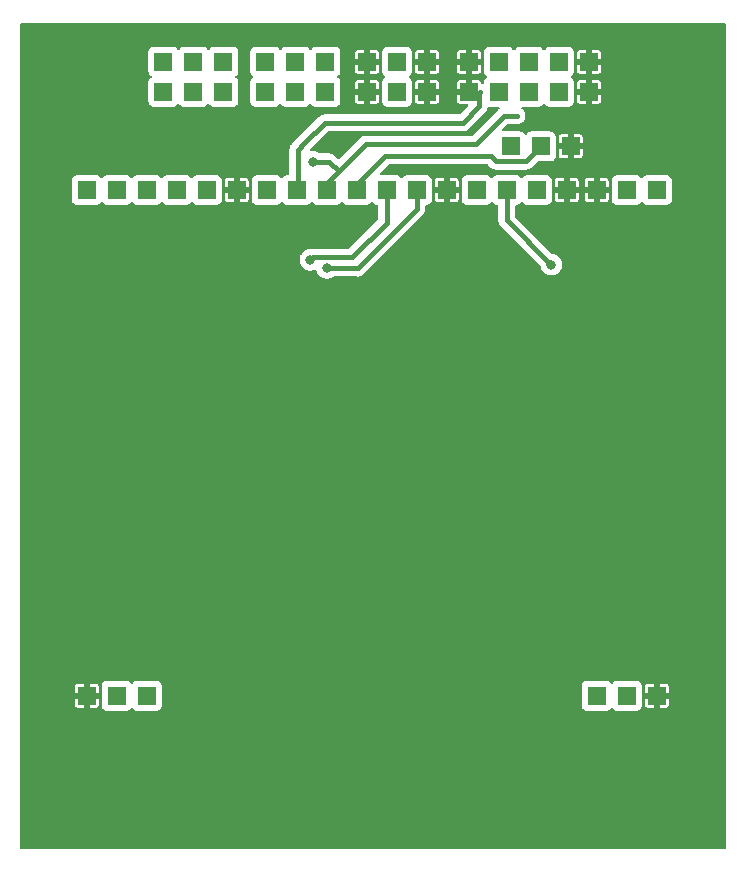
<source format=gbr>
%TF.GenerationSoftware,KiCad,Pcbnew,6.0.11+dfsg-1~bpo11+1*%
%TF.CreationDate,2023-05-27T18:01:48+00:00*%
%TF.ProjectId,OLED01,4f4c4544-3031-42e6-9b69-6361645f7063,rev?*%
%TF.SameCoordinates,PX72ba1e0PY737d6e0*%
%TF.FileFunction,Copper,L1,Top*%
%TF.FilePolarity,Positive*%
%FSLAX46Y46*%
G04 Gerber Fmt 4.6, Leading zero omitted, Abs format (unit mm)*
G04 Created by KiCad (PCBNEW 6.0.11+dfsg-1~bpo11+1) date 2023-05-27 18:01:48*
%MOMM*%
%LPD*%
G01*
G04 APERTURE LIST*
%TA.AperFunction,ComponentPad*%
%ADD10C,6.000000*%
%TD*%
%TA.AperFunction,ComponentPad*%
%ADD11R,1.524000X1.524000*%
%TD*%
%TA.AperFunction,ViaPad*%
%ADD12C,0.800000*%
%TD*%
%TA.AperFunction,Conductor*%
%ADD13C,0.400000*%
%TD*%
G04 APERTURE END LIST*
D10*
%TO.P,H2,1,1*%
%TO.N,GND*%
X50800000Y0D03*
%TD*%
%TO.P,H4,1,1*%
%TO.N,GND*%
X0Y0D03*
%TD*%
D11*
%TO.P,J6,1*%
%TO.N,GND*%
X33520000Y59630000D03*
%TO.P,J6,2*%
X33520000Y62170000D03*
%TO.P,J6,3*%
%TO.N,/SDAIN*%
X36060000Y59630000D03*
%TO.P,J6,4*%
X36060000Y62170000D03*
%TO.P,J6,5*%
%TO.N,+5V*%
X38600000Y59630000D03*
%TO.P,J6,6*%
X38600000Y62170000D03*
%TO.P,J6,7*%
%TO.N,/SCLIN*%
X41140000Y59630000D03*
%TO.P,J6,8*%
X41140000Y62170000D03*
%TO.P,J6,9*%
%TO.N,GND*%
X43680000Y59630000D03*
%TO.P,J6,10*%
X43680000Y62170000D03*
%TD*%
%TO.P,J5,1*%
%TO.N,+2V5*%
X37060000Y55000000D03*
%TO.P,J5,2*%
%TO.N,/DC*%
X39600000Y55000000D03*
%TO.P,J5,3*%
%TO.N,GND*%
X42140000Y55000000D03*
%TD*%
%TO.P,J4,1*%
%TO.N,/D1*%
X12740000Y62170000D03*
%TO.P,J4,2*%
X12740000Y59630000D03*
%TO.P,J4,3*%
%TO.N,/CLK*%
X10200000Y62170000D03*
%TO.P,J4,4*%
X10200000Y59630000D03*
%TO.P,J4,5*%
%TO.N,/#CS*%
X7660000Y62170000D03*
%TO.P,J4,6*%
X7660000Y59630000D03*
%TD*%
D10*
%TO.P,H3,1,1*%
%TO.N,GND*%
X0Y60960000D03*
%TD*%
%TO.P,H1,1,1*%
%TO.N,GND*%
X50800000Y60960000D03*
%TD*%
D11*
%TO.P,DISP1,1,ESD_GND*%
%TO.N,GND*%
X1170000Y8500000D03*
%TO.P,DISP1,2*%
%TO.N,unconnected-(DISP1-Pad2)*%
X3710000Y8500000D03*
%TO.P,DISP1,3*%
%TO.N,unconnected-(DISP1-Pad3)*%
X6250000Y8500000D03*
%TO.P,DISP1,18*%
%TO.N,unconnected-(DISP1-Pad18)*%
X44350000Y8500000D03*
%TO.P,DISP1,19*%
%TO.N,unconnected-(DISP1-Pad19)*%
X46890000Y8500000D03*
%TO.P,DISP1,20,ESD_GND*%
%TO.N,GND*%
X49430000Y8500000D03*
%TO.P,DISP1,21,VCC*%
%TO.N,+12V*%
X49420000Y51300000D03*
%TO.P,DISP1,22,VCC*%
X46880000Y51300000D03*
%TO.P,DISP1,23,GND*%
%TO.N,GND*%
X44340000Y51300000D03*
%TO.P,DISP1,24,GND*%
X41800000Y51300000D03*
%TO.P,DISP1,25,VDD*%
%TO.N,+2V5*%
X39260000Y51300000D03*
%TO.P,DISP1,26,BS0*%
%TO.N,/BS0*%
X36720000Y51300000D03*
%TO.P,DISP1,27,BS1*%
%TO.N,/BS1*%
X34180000Y51300000D03*
%TO.P,DISP1,28,GND*%
%TO.N,GND*%
X31640000Y51300000D03*
%TO.P,DISP1,29,#CS*%
%TO.N,/#CS*%
X29100000Y51300000D03*
%TO.P,DISP1,30,#RES*%
%TO.N,/#RES*%
X26560000Y51300000D03*
%TO.P,DISP1,31,D/C*%
%TO.N,/DC*%
X24020000Y51300000D03*
%TO.P,DISP1,32,D0*%
%TO.N,/CLK*%
X21480000Y51300000D03*
%TO.P,DISP1,33,D1*%
%TO.N,/D1*%
X18940000Y51300000D03*
%TO.P,DISP1,34,D2*%
%TO.N,/D2*%
X16400000Y51300000D03*
%TO.P,DISP1,35,GND*%
%TO.N,GND*%
X13860000Y51300000D03*
%TO.P,DISP1,36,IRef*%
%TO.N,Net-(DISP1-Pad36)*%
X11320000Y51300000D03*
%TO.P,DISP1,37,VCOMH*%
%TO.N,Net-(C2-Pad1)*%
X8780000Y51300000D03*
%TO.P,DISP1,38,VCOMH*%
X6240000Y51300000D03*
%TO.P,DISP1,39,VCC*%
%TO.N,+12V*%
X3700000Y51300000D03*
%TO.P,DISP1,40,VCC*%
X1160000Y51300000D03*
%TD*%
%TO.P,J2,1*%
%TO.N,GND*%
X29980000Y62170000D03*
%TO.P,J2,2*%
X29980000Y59630000D03*
%TO.P,J2,3*%
%TO.N,+5V*%
X27440000Y62170000D03*
%TO.P,J2,4*%
X27440000Y59630000D03*
%TO.P,J2,5*%
%TO.N,GND*%
X24900000Y62170000D03*
%TO.P,J2,6*%
X24900000Y59630000D03*
%TD*%
%TO.P,J3,1*%
%TO.N,/#RES*%
X16280000Y59630000D03*
%TO.P,J3,2*%
X16280000Y62170000D03*
%TO.P,J3,3*%
%TO.N,/#INT*%
X18820000Y59630000D03*
%TO.P,J3,4*%
X18820000Y62170000D03*
%TO.P,J3,5*%
%TO.N,/AUX*%
X21360000Y59630000D03*
%TO.P,J3,6*%
X21360000Y62170000D03*
%TD*%
D12*
%TO.N,GND*%
X14200000Y55400000D03*
X-3200000Y29800000D03*
X8800000Y55700000D03*
X15500000Y24000000D03*
X9500000Y24000000D03*
X10500000Y24000000D03*
X8800000Y54700000D03*
X22200000Y31600000D03*
X6000000Y30800000D03*
X5000000Y48800000D03*
X-800000Y29800000D03*
X8400000Y24000000D03*
X15100000Y54600000D03*
X900000Y34000000D03*
X23400000Y31600000D03*
X22300000Y54900000D03*
X14400000Y24000000D03*
X24600000Y31600000D03*
X22200000Y35000000D03*
X8000000Y36100000D03*
X35400000Y49300000D03*
X24600000Y35000000D03*
X-1300000Y38100000D03*
X9000000Y36100000D03*
X5900000Y48700000D03*
X-900000Y34000000D03*
X1300000Y38100000D03*
X23400000Y35000000D03*
X10600000Y31600000D03*
%TO.N,/BS0*%
X40500000Y45000000D03*
%TO.N,/#CS*%
X21500000Y44700000D03*
%TO.N,/#RES*%
X20100000Y45400000D03*
%TO.N,/SCLIN*%
X20300000Y53700000D03*
%TD*%
D13*
%TO.N,/BS0*%
X40500000Y45000000D02*
X36720000Y48780000D01*
X36720000Y48780000D02*
X36720000Y51300000D01*
%TO.N,/#CS*%
X21500000Y44700000D02*
X24100000Y44700000D01*
X24100000Y44700000D02*
X29100000Y49700000D01*
X29100000Y49700000D02*
X29100000Y51300000D01*
%TO.N,/#RES*%
X23600000Y45600000D02*
X26560000Y48560000D01*
X20100000Y45400000D02*
X20300000Y45600000D01*
X26560000Y48560000D02*
X26560000Y51300000D01*
X20300000Y45600000D02*
X23600000Y45600000D01*
%TO.N,/DC*%
X35375978Y54200000D02*
X35825489Y53750489D01*
X24120000Y51880000D02*
X26440000Y54200000D01*
X38365489Y53750489D02*
X39615000Y55000000D01*
X35825489Y53750489D02*
X38365489Y53750489D01*
X26440000Y54200000D02*
X35375978Y54200000D01*
%TO.N,/SDAIN*%
X33000000Y57000000D02*
X21300000Y57000000D01*
X34400000Y59485000D02*
X34400000Y58400000D01*
X19550000Y55250000D02*
X19040000Y54740000D01*
X34400000Y58400000D02*
X33000000Y57000000D01*
X19530000Y55250000D02*
X19550000Y55250000D01*
X34490000Y59575000D02*
X34400000Y59485000D01*
X21300000Y57000000D02*
X19550000Y55250000D01*
X19040000Y54740000D02*
X19040000Y51880000D01*
%TO.N,/SCLIN*%
X21700000Y53700000D02*
X22500000Y52900000D01*
X22500000Y52900000D02*
X21480000Y51880000D01*
X24800000Y55200000D02*
X22500000Y52900000D01*
X36500000Y57600000D02*
X34100000Y55200000D01*
X34100000Y55200000D02*
X24800000Y55200000D01*
X37595000Y57600000D02*
X36500000Y57600000D01*
X20300000Y53700000D02*
X21700000Y53700000D01*
%TD*%
%TA.AperFunction,Conductor*%
%TO.N,GND*%
G36*
X55230691Y65412593D02*
G01*
X55266655Y65363093D01*
X55271500Y65332500D01*
X55271500Y-4372500D01*
X55252593Y-4430691D01*
X55203093Y-4466655D01*
X55172500Y-4471500D01*
X-4372500Y-4471500D01*
X-4430691Y-4452593D01*
X-4466655Y-4403093D01*
X-4471500Y-4372500D01*
X-4471500Y7718234D01*
X158000Y7718234D01*
X158948Y7708612D01*
X170603Y7650017D01*
X177922Y7632349D01*
X222341Y7565870D01*
X235870Y7552341D01*
X302349Y7507922D01*
X320017Y7500603D01*
X378612Y7488948D01*
X388234Y7488000D01*
X900320Y7488000D01*
X913005Y7492122D01*
X916000Y7496243D01*
X916000Y7503680D01*
X1424000Y7503680D01*
X1428122Y7490995D01*
X1432243Y7488000D01*
X1951766Y7488000D01*
X1961388Y7488948D01*
X2019983Y7500603D01*
X2037651Y7507922D01*
X2104130Y7552341D01*
X2117659Y7565870D01*
X2162078Y7632349D01*
X2169397Y7650017D01*
X2177323Y7689866D01*
X2439500Y7689866D01*
X2446255Y7627684D01*
X2448435Y7621869D01*
X2493896Y7500603D01*
X2497385Y7491295D01*
X2584739Y7374739D01*
X2701295Y7287385D01*
X2837684Y7236255D01*
X2843856Y7235585D01*
X2843858Y7235584D01*
X2879837Y7231676D01*
X2899866Y7229500D01*
X4520134Y7229500D01*
X4540163Y7231676D01*
X4576142Y7235584D01*
X4576144Y7235585D01*
X4582316Y7236255D01*
X4718705Y7287385D01*
X4835261Y7374739D01*
X4839491Y7380383D01*
X4839495Y7380387D01*
X4900780Y7462159D01*
X4950808Y7497384D01*
X5011986Y7496476D01*
X5059220Y7462159D01*
X5120505Y7380387D01*
X5120509Y7380383D01*
X5124739Y7374739D01*
X5241295Y7287385D01*
X5377684Y7236255D01*
X5383856Y7235585D01*
X5383858Y7235584D01*
X5419837Y7231676D01*
X5439866Y7229500D01*
X7060134Y7229500D01*
X7080163Y7231676D01*
X7116142Y7235584D01*
X7116144Y7235585D01*
X7122316Y7236255D01*
X7258705Y7287385D01*
X7375261Y7374739D01*
X7462615Y7491295D01*
X7466105Y7500603D01*
X7511565Y7621869D01*
X7513745Y7627684D01*
X7520500Y7689866D01*
X43079500Y7689866D01*
X43086255Y7627684D01*
X43088435Y7621869D01*
X43133896Y7500603D01*
X43137385Y7491295D01*
X43224739Y7374739D01*
X43341295Y7287385D01*
X43477684Y7236255D01*
X43483856Y7235585D01*
X43483858Y7235584D01*
X43519837Y7231676D01*
X43539866Y7229500D01*
X45160134Y7229500D01*
X45180163Y7231676D01*
X45216142Y7235584D01*
X45216144Y7235585D01*
X45222316Y7236255D01*
X45358705Y7287385D01*
X45475261Y7374739D01*
X45479491Y7380383D01*
X45479495Y7380387D01*
X45540780Y7462159D01*
X45590808Y7497384D01*
X45651986Y7496476D01*
X45699220Y7462159D01*
X45760505Y7380387D01*
X45760509Y7380383D01*
X45764739Y7374739D01*
X45881295Y7287385D01*
X46017684Y7236255D01*
X46023856Y7235585D01*
X46023858Y7235584D01*
X46059837Y7231676D01*
X46079866Y7229500D01*
X47700134Y7229500D01*
X47720163Y7231676D01*
X47756142Y7235584D01*
X47756144Y7235585D01*
X47762316Y7236255D01*
X47898705Y7287385D01*
X48015261Y7374739D01*
X48102615Y7491295D01*
X48106105Y7500603D01*
X48151565Y7621869D01*
X48153745Y7627684D01*
X48160500Y7689866D01*
X48160500Y7718234D01*
X48418000Y7718234D01*
X48418948Y7708612D01*
X48430603Y7650017D01*
X48437922Y7632349D01*
X48482341Y7565870D01*
X48495870Y7552341D01*
X48562349Y7507922D01*
X48580017Y7500603D01*
X48638612Y7488948D01*
X48648234Y7488000D01*
X49160320Y7488000D01*
X49173005Y7492122D01*
X49176000Y7496243D01*
X49176000Y7503680D01*
X49684000Y7503680D01*
X49688122Y7490995D01*
X49692243Y7488000D01*
X50211766Y7488000D01*
X50221388Y7488948D01*
X50279983Y7500603D01*
X50297651Y7507922D01*
X50364130Y7552341D01*
X50377659Y7565870D01*
X50422078Y7632349D01*
X50429397Y7650017D01*
X50441052Y7708612D01*
X50442000Y7718234D01*
X50442000Y8230320D01*
X50437878Y8243005D01*
X50433757Y8246000D01*
X49699680Y8246000D01*
X49686995Y8241878D01*
X49684000Y8237757D01*
X49684000Y7503680D01*
X49176000Y7503680D01*
X49176000Y8230320D01*
X49171878Y8243005D01*
X49167757Y8246000D01*
X48433680Y8246000D01*
X48420995Y8241878D01*
X48418000Y8237757D01*
X48418000Y7718234D01*
X48160500Y7718234D01*
X48160500Y8769680D01*
X48418000Y8769680D01*
X48422122Y8756995D01*
X48426243Y8754000D01*
X49160320Y8754000D01*
X49173005Y8758122D01*
X49176000Y8762243D01*
X49176000Y8769680D01*
X49684000Y8769680D01*
X49688122Y8756995D01*
X49692243Y8754000D01*
X50426320Y8754000D01*
X50439005Y8758122D01*
X50442000Y8762243D01*
X50442000Y9281766D01*
X50441052Y9291388D01*
X50429397Y9349983D01*
X50422078Y9367651D01*
X50377659Y9434130D01*
X50364130Y9447659D01*
X50297651Y9492078D01*
X50279983Y9499397D01*
X50221388Y9511052D01*
X50211766Y9512000D01*
X49699680Y9512000D01*
X49686995Y9507878D01*
X49684000Y9503757D01*
X49684000Y8769680D01*
X49176000Y8769680D01*
X49176000Y9496320D01*
X49171878Y9509005D01*
X49167757Y9512000D01*
X48648234Y9512000D01*
X48638612Y9511052D01*
X48580017Y9499397D01*
X48562349Y9492078D01*
X48495870Y9447659D01*
X48482341Y9434130D01*
X48437922Y9367651D01*
X48430603Y9349983D01*
X48418948Y9291388D01*
X48418000Y9281766D01*
X48418000Y8769680D01*
X48160500Y8769680D01*
X48160500Y9310134D01*
X48153745Y9372316D01*
X48107258Y9496320D01*
X48105089Y9502106D01*
X48105089Y9502107D01*
X48102615Y9508705D01*
X48015261Y9625261D01*
X47898705Y9712615D01*
X47762316Y9763745D01*
X47756144Y9764415D01*
X47756142Y9764416D01*
X47720163Y9768324D01*
X47700134Y9770500D01*
X46079866Y9770500D01*
X46059837Y9768324D01*
X46023858Y9764416D01*
X46023856Y9764415D01*
X46017684Y9763745D01*
X45881295Y9712615D01*
X45764739Y9625261D01*
X45760509Y9619617D01*
X45760505Y9619613D01*
X45699220Y9537841D01*
X45649192Y9502616D01*
X45588014Y9503524D01*
X45540780Y9537841D01*
X45479495Y9619613D01*
X45479491Y9619617D01*
X45475261Y9625261D01*
X45358705Y9712615D01*
X45222316Y9763745D01*
X45216144Y9764415D01*
X45216142Y9764416D01*
X45180163Y9768324D01*
X45160134Y9770500D01*
X43539866Y9770500D01*
X43519837Y9768324D01*
X43483858Y9764416D01*
X43483856Y9764415D01*
X43477684Y9763745D01*
X43341295Y9712615D01*
X43224739Y9625261D01*
X43137385Y9508705D01*
X43134911Y9502107D01*
X43134911Y9502106D01*
X43132742Y9496320D01*
X43086255Y9372316D01*
X43079500Y9310134D01*
X43079500Y7689866D01*
X7520500Y7689866D01*
X7520500Y9310134D01*
X7513745Y9372316D01*
X7467258Y9496320D01*
X7465089Y9502106D01*
X7465089Y9502107D01*
X7462615Y9508705D01*
X7375261Y9625261D01*
X7258705Y9712615D01*
X7122316Y9763745D01*
X7116144Y9764415D01*
X7116142Y9764416D01*
X7080163Y9768324D01*
X7060134Y9770500D01*
X5439866Y9770500D01*
X5419837Y9768324D01*
X5383858Y9764416D01*
X5383856Y9764415D01*
X5377684Y9763745D01*
X5241295Y9712615D01*
X5124739Y9625261D01*
X5120509Y9619617D01*
X5120505Y9619613D01*
X5059220Y9537841D01*
X5009192Y9502616D01*
X4948014Y9503524D01*
X4900780Y9537841D01*
X4839495Y9619613D01*
X4839491Y9619617D01*
X4835261Y9625261D01*
X4718705Y9712615D01*
X4582316Y9763745D01*
X4576144Y9764415D01*
X4576142Y9764416D01*
X4540163Y9768324D01*
X4520134Y9770500D01*
X2899866Y9770500D01*
X2879837Y9768324D01*
X2843858Y9764416D01*
X2843856Y9764415D01*
X2837684Y9763745D01*
X2701295Y9712615D01*
X2584739Y9625261D01*
X2497385Y9508705D01*
X2494911Y9502107D01*
X2494911Y9502106D01*
X2492742Y9496320D01*
X2446255Y9372316D01*
X2439500Y9310134D01*
X2439500Y7689866D01*
X2177323Y7689866D01*
X2181052Y7708612D01*
X2182000Y7718234D01*
X2182000Y8230320D01*
X2177878Y8243005D01*
X2173757Y8246000D01*
X1439680Y8246000D01*
X1426995Y8241878D01*
X1424000Y8237757D01*
X1424000Y7503680D01*
X916000Y7503680D01*
X916000Y8230320D01*
X911878Y8243005D01*
X907757Y8246000D01*
X173680Y8246000D01*
X160995Y8241878D01*
X158000Y8237757D01*
X158000Y7718234D01*
X-4471500Y7718234D01*
X-4471500Y8769680D01*
X158000Y8769680D01*
X162122Y8756995D01*
X166243Y8754000D01*
X900320Y8754000D01*
X913005Y8758122D01*
X916000Y8762243D01*
X916000Y8769680D01*
X1424000Y8769680D01*
X1428122Y8756995D01*
X1432243Y8754000D01*
X2166320Y8754000D01*
X2179005Y8758122D01*
X2182000Y8762243D01*
X2182000Y9281766D01*
X2181052Y9291388D01*
X2169397Y9349983D01*
X2162078Y9367651D01*
X2117659Y9434130D01*
X2104130Y9447659D01*
X2037651Y9492078D01*
X2019983Y9499397D01*
X1961388Y9511052D01*
X1951766Y9512000D01*
X1439680Y9512000D01*
X1426995Y9507878D01*
X1424000Y9503757D01*
X1424000Y8769680D01*
X916000Y8769680D01*
X916000Y9496320D01*
X911878Y9509005D01*
X907757Y9512000D01*
X388234Y9512000D01*
X378612Y9511052D01*
X320017Y9499397D01*
X302349Y9492078D01*
X235870Y9447659D01*
X222341Y9434130D01*
X177922Y9367651D01*
X170603Y9349983D01*
X158948Y9291388D01*
X158000Y9281766D01*
X158000Y8769680D01*
X-4471500Y8769680D01*
X-4471500Y50489866D01*
X-110500Y50489866D01*
X-103745Y50427684D01*
X-101565Y50421869D01*
X-56104Y50300603D01*
X-52615Y50291295D01*
X34739Y50174739D01*
X151295Y50087385D01*
X287684Y50036255D01*
X293856Y50035585D01*
X293858Y50035584D01*
X329837Y50031676D01*
X349866Y50029500D01*
X1970134Y50029500D01*
X1990163Y50031676D01*
X2026142Y50035584D01*
X2026144Y50035585D01*
X2032316Y50036255D01*
X2168705Y50087385D01*
X2285261Y50174739D01*
X2289491Y50180383D01*
X2289495Y50180387D01*
X2350780Y50262159D01*
X2400808Y50297384D01*
X2461986Y50296476D01*
X2509220Y50262159D01*
X2570505Y50180387D01*
X2570509Y50180383D01*
X2574739Y50174739D01*
X2691295Y50087385D01*
X2827684Y50036255D01*
X2833856Y50035585D01*
X2833858Y50035584D01*
X2869837Y50031676D01*
X2889866Y50029500D01*
X4510134Y50029500D01*
X4530163Y50031676D01*
X4566142Y50035584D01*
X4566144Y50035585D01*
X4572316Y50036255D01*
X4708705Y50087385D01*
X4825261Y50174739D01*
X4829491Y50180383D01*
X4829495Y50180387D01*
X4890780Y50262159D01*
X4940808Y50297384D01*
X5001986Y50296476D01*
X5049220Y50262159D01*
X5110505Y50180387D01*
X5110509Y50180383D01*
X5114739Y50174739D01*
X5231295Y50087385D01*
X5367684Y50036255D01*
X5373856Y50035585D01*
X5373858Y50035584D01*
X5409837Y50031676D01*
X5429866Y50029500D01*
X7050134Y50029500D01*
X7070163Y50031676D01*
X7106142Y50035584D01*
X7106144Y50035585D01*
X7112316Y50036255D01*
X7248705Y50087385D01*
X7365261Y50174739D01*
X7369491Y50180383D01*
X7369495Y50180387D01*
X7430780Y50262159D01*
X7480808Y50297384D01*
X7541986Y50296476D01*
X7589220Y50262159D01*
X7650505Y50180387D01*
X7650509Y50180383D01*
X7654739Y50174739D01*
X7771295Y50087385D01*
X7907684Y50036255D01*
X7913856Y50035585D01*
X7913858Y50035584D01*
X7949837Y50031676D01*
X7969866Y50029500D01*
X9590134Y50029500D01*
X9610163Y50031676D01*
X9646142Y50035584D01*
X9646144Y50035585D01*
X9652316Y50036255D01*
X9788705Y50087385D01*
X9905261Y50174739D01*
X9909491Y50180383D01*
X9909495Y50180387D01*
X9970780Y50262159D01*
X10020808Y50297384D01*
X10081986Y50296476D01*
X10129220Y50262159D01*
X10190505Y50180387D01*
X10190509Y50180383D01*
X10194739Y50174739D01*
X10311295Y50087385D01*
X10447684Y50036255D01*
X10453856Y50035585D01*
X10453858Y50035584D01*
X10489837Y50031676D01*
X10509866Y50029500D01*
X12130134Y50029500D01*
X12150163Y50031676D01*
X12186142Y50035584D01*
X12186144Y50035585D01*
X12192316Y50036255D01*
X12328705Y50087385D01*
X12445261Y50174739D01*
X12532615Y50291295D01*
X12536105Y50300603D01*
X12581565Y50421869D01*
X12583745Y50427684D01*
X12590500Y50489866D01*
X12590500Y50518234D01*
X12848000Y50518234D01*
X12848948Y50508612D01*
X12860603Y50450017D01*
X12867922Y50432349D01*
X12912341Y50365870D01*
X12925870Y50352341D01*
X12992349Y50307922D01*
X13010017Y50300603D01*
X13068612Y50288948D01*
X13078234Y50288000D01*
X13590320Y50288000D01*
X13603005Y50292122D01*
X13606000Y50296243D01*
X13606000Y50303680D01*
X14114000Y50303680D01*
X14118122Y50290995D01*
X14122243Y50288000D01*
X14641766Y50288000D01*
X14651388Y50288948D01*
X14709983Y50300603D01*
X14727651Y50307922D01*
X14794130Y50352341D01*
X14807659Y50365870D01*
X14852078Y50432349D01*
X14859397Y50450017D01*
X14867323Y50489866D01*
X15129500Y50489866D01*
X15136255Y50427684D01*
X15138435Y50421869D01*
X15183896Y50300603D01*
X15187385Y50291295D01*
X15274739Y50174739D01*
X15391295Y50087385D01*
X15527684Y50036255D01*
X15533856Y50035585D01*
X15533858Y50035584D01*
X15569837Y50031676D01*
X15589866Y50029500D01*
X17210134Y50029500D01*
X17230163Y50031676D01*
X17266142Y50035584D01*
X17266144Y50035585D01*
X17272316Y50036255D01*
X17408705Y50087385D01*
X17525261Y50174739D01*
X17529491Y50180383D01*
X17529495Y50180387D01*
X17590780Y50262159D01*
X17640808Y50297384D01*
X17701986Y50296476D01*
X17749220Y50262159D01*
X17810505Y50180387D01*
X17810509Y50180383D01*
X17814739Y50174739D01*
X17931295Y50087385D01*
X18067684Y50036255D01*
X18073856Y50035585D01*
X18073858Y50035584D01*
X18109837Y50031676D01*
X18129866Y50029500D01*
X19750134Y50029500D01*
X19770163Y50031676D01*
X19806142Y50035584D01*
X19806144Y50035585D01*
X19812316Y50036255D01*
X19948705Y50087385D01*
X20065261Y50174739D01*
X20069491Y50180383D01*
X20069495Y50180387D01*
X20130780Y50262159D01*
X20180808Y50297384D01*
X20241986Y50296476D01*
X20289220Y50262159D01*
X20350505Y50180387D01*
X20350509Y50180383D01*
X20354739Y50174739D01*
X20471295Y50087385D01*
X20607684Y50036255D01*
X20613856Y50035585D01*
X20613858Y50035584D01*
X20649837Y50031676D01*
X20669866Y50029500D01*
X22290134Y50029500D01*
X22310163Y50031676D01*
X22346142Y50035584D01*
X22346144Y50035585D01*
X22352316Y50036255D01*
X22488705Y50087385D01*
X22605261Y50174739D01*
X22609491Y50180383D01*
X22609495Y50180387D01*
X22670780Y50262159D01*
X22720808Y50297384D01*
X22781986Y50296476D01*
X22829220Y50262159D01*
X22890505Y50180387D01*
X22890509Y50180383D01*
X22894739Y50174739D01*
X23011295Y50087385D01*
X23147684Y50036255D01*
X23153856Y50035585D01*
X23153858Y50035584D01*
X23189837Y50031676D01*
X23209866Y50029500D01*
X24830134Y50029500D01*
X24850163Y50031676D01*
X24886142Y50035584D01*
X24886144Y50035585D01*
X24892316Y50036255D01*
X25028705Y50087385D01*
X25145261Y50174739D01*
X25149491Y50180383D01*
X25149495Y50180387D01*
X25210780Y50262159D01*
X25260808Y50297384D01*
X25321986Y50296476D01*
X25369220Y50262159D01*
X25430505Y50180387D01*
X25430509Y50180383D01*
X25434739Y50174739D01*
X25551295Y50087385D01*
X25687684Y50036255D01*
X25693856Y50035585D01*
X25693858Y50035584D01*
X25729837Y50031676D01*
X25749866Y50029500D01*
X25752542Y50029500D01*
X25755219Y50029355D01*
X25755180Y50028629D01*
X25810691Y50010593D01*
X25846655Y49961093D01*
X25851500Y49930500D01*
X25851500Y48894478D01*
X25832593Y48836287D01*
X25822504Y48824474D01*
X23335526Y46337496D01*
X23281009Y46309719D01*
X23265522Y46308500D01*
X20328014Y46308500D01*
X20321281Y46308729D01*
X20319110Y46308877D01*
X20262648Y46312726D01*
X20233719Y46307677D01*
X20205863Y46308194D01*
X20205725Y46306879D01*
X20200559Y46307422D01*
X20195487Y46308500D01*
X20004513Y46308500D01*
X19857917Y46277340D01*
X19822783Y46269872D01*
X19822782Y46269872D01*
X19817712Y46268794D01*
X19812978Y46266686D01*
X19812974Y46266685D01*
X19745723Y46236742D01*
X19643248Y46191118D01*
X19488747Y46078866D01*
X19485281Y46075017D01*
X19485277Y46075013D01*
X19371424Y45948566D01*
X19360960Y45936944D01*
X19358365Y45932449D01*
X19268067Y45776050D01*
X19268065Y45776045D01*
X19265473Y45771556D01*
X19263871Y45766625D01*
X19208060Y45594860D01*
X19208059Y45594855D01*
X19206458Y45589928D01*
X19186496Y45400000D01*
X19206458Y45210072D01*
X19208059Y45205145D01*
X19208060Y45205140D01*
X19213003Y45189928D01*
X19265473Y45028444D01*
X19268065Y45023955D01*
X19268067Y45023950D01*
X19324658Y44925932D01*
X19360960Y44863056D01*
X19364432Y44859200D01*
X19485277Y44724987D01*
X19485281Y44724983D01*
X19488747Y44721134D01*
X19643248Y44608882D01*
X19728205Y44571057D01*
X19812974Y44533315D01*
X19812978Y44533314D01*
X19817712Y44531206D01*
X19822782Y44530128D01*
X19822783Y44530128D01*
X19857917Y44522660D01*
X20004513Y44491500D01*
X20195487Y44491500D01*
X20342083Y44522660D01*
X20377217Y44530128D01*
X20377218Y44530128D01*
X20382288Y44531206D01*
X20471796Y44571057D01*
X20532644Y44577453D01*
X20585632Y44546860D01*
X20604678Y44509494D01*
X20606458Y44510072D01*
X20665473Y44328444D01*
X20668065Y44323955D01*
X20668067Y44323950D01*
X20730459Y44215885D01*
X20760960Y44163056D01*
X20764432Y44159200D01*
X20885277Y44024987D01*
X20885281Y44024983D01*
X20888747Y44021134D01*
X21043248Y43908882D01*
X21145723Y43863258D01*
X21212974Y43833315D01*
X21212978Y43833314D01*
X21217712Y43831206D01*
X21222782Y43830128D01*
X21222783Y43830128D01*
X21257917Y43822660D01*
X21404513Y43791500D01*
X21595487Y43791500D01*
X21742083Y43822660D01*
X21777217Y43830128D01*
X21777218Y43830128D01*
X21782288Y43831206D01*
X21787022Y43833314D01*
X21787026Y43833315D01*
X21869520Y43870044D01*
X21956752Y43908882D01*
X22044443Y43972594D01*
X22102632Y43991500D01*
X24072001Y43991500D01*
X24078734Y43991271D01*
X24137352Y43987275D01*
X24143224Y43988300D01*
X24143228Y43988300D01*
X24200987Y43998381D01*
X24206115Y43999138D01*
X24264320Y44006181D01*
X24264323Y44006182D01*
X24270242Y44006898D01*
X24275820Y44009006D01*
X24275825Y44009007D01*
X24279040Y44010222D01*
X24297013Y44015139D01*
X24297811Y44015278D01*
X24306284Y44016757D01*
X24365436Y44042723D01*
X24370232Y44044681D01*
X24425072Y44065403D01*
X24430656Y44067513D01*
X24438413Y44072844D01*
X24454683Y44081900D01*
X24463305Y44085685D01*
X24514552Y44125009D01*
X24518747Y44128057D01*
X24567064Y44161264D01*
X24571981Y44164643D01*
X24613942Y44211739D01*
X24617855Y44215885D01*
X29581187Y49179217D01*
X29586111Y49183816D01*
X29625888Y49218516D01*
X29630385Y49222439D01*
X29667532Y49275294D01*
X29670595Y49279420D01*
X29710477Y49330282D01*
X29714351Y49338861D01*
X29723579Y49355040D01*
X29728990Y49362739D01*
X29752456Y49422926D01*
X29754460Y49427694D01*
X29778590Y49481136D01*
X29781045Y49486573D01*
X29782760Y49495824D01*
X29787863Y49513738D01*
X29791282Y49522509D01*
X29799714Y49586557D01*
X29800525Y49591676D01*
X29811207Y49649312D01*
X29812296Y49655187D01*
X29808664Y49718173D01*
X29808500Y49723872D01*
X29808500Y49930500D01*
X29827407Y49988691D01*
X29876907Y50024655D01*
X29904796Y50029072D01*
X29904781Y50029355D01*
X29907458Y50029500D01*
X29910134Y50029500D01*
X29930163Y50031676D01*
X29966142Y50035584D01*
X29966144Y50035585D01*
X29972316Y50036255D01*
X30108705Y50087385D01*
X30225261Y50174739D01*
X30312615Y50291295D01*
X30316105Y50300603D01*
X30361565Y50421869D01*
X30363745Y50427684D01*
X30370500Y50489866D01*
X30370500Y50518234D01*
X30628000Y50518234D01*
X30628948Y50508612D01*
X30640603Y50450017D01*
X30647922Y50432349D01*
X30692341Y50365870D01*
X30705870Y50352341D01*
X30772349Y50307922D01*
X30790017Y50300603D01*
X30848612Y50288948D01*
X30858234Y50288000D01*
X31370320Y50288000D01*
X31383005Y50292122D01*
X31386000Y50296243D01*
X31386000Y50303680D01*
X31894000Y50303680D01*
X31898122Y50290995D01*
X31902243Y50288000D01*
X32421766Y50288000D01*
X32431388Y50288948D01*
X32489983Y50300603D01*
X32507651Y50307922D01*
X32574130Y50352341D01*
X32587659Y50365870D01*
X32632078Y50432349D01*
X32639397Y50450017D01*
X32647323Y50489866D01*
X32909500Y50489866D01*
X32916255Y50427684D01*
X32918435Y50421869D01*
X32963896Y50300603D01*
X32967385Y50291295D01*
X33054739Y50174739D01*
X33171295Y50087385D01*
X33307684Y50036255D01*
X33313856Y50035585D01*
X33313858Y50035584D01*
X33349837Y50031676D01*
X33369866Y50029500D01*
X34990134Y50029500D01*
X35010163Y50031676D01*
X35046142Y50035584D01*
X35046144Y50035585D01*
X35052316Y50036255D01*
X35188705Y50087385D01*
X35305261Y50174739D01*
X35309491Y50180383D01*
X35309495Y50180387D01*
X35370780Y50262159D01*
X35420808Y50297384D01*
X35481986Y50296476D01*
X35529220Y50262159D01*
X35590505Y50180387D01*
X35590509Y50180383D01*
X35594739Y50174739D01*
X35711295Y50087385D01*
X35847684Y50036255D01*
X35853856Y50035585D01*
X35853858Y50035584D01*
X35889837Y50031676D01*
X35909866Y50029500D01*
X35912542Y50029500D01*
X35915219Y50029355D01*
X35915180Y50028629D01*
X35970691Y50010593D01*
X36006655Y49961093D01*
X36011500Y49930500D01*
X36011500Y48807999D01*
X36011271Y48801266D01*
X36007275Y48742648D01*
X36008300Y48736776D01*
X36008300Y48736772D01*
X36018381Y48679013D01*
X36019138Y48673886D01*
X36026898Y48609758D01*
X36029006Y48604180D01*
X36029007Y48604175D01*
X36030222Y48600960D01*
X36035139Y48582987D01*
X36036757Y48573716D01*
X36039157Y48568249D01*
X36062722Y48514567D01*
X36064680Y48509771D01*
X36087513Y48449344D01*
X36092844Y48441587D01*
X36101900Y48425317D01*
X36105685Y48416695D01*
X36109321Y48411957D01*
X36145009Y48365448D01*
X36148057Y48361253D01*
X36184643Y48308019D01*
X36189097Y48304051D01*
X36231739Y48266058D01*
X36235885Y48262145D01*
X39572097Y44925932D01*
X39600551Y44866277D01*
X39606458Y44810072D01*
X39608059Y44805145D01*
X39608060Y44805140D01*
X39634104Y44724987D01*
X39665473Y44628444D01*
X39668065Y44623955D01*
X39668067Y44623950D01*
X39720396Y44533315D01*
X39760960Y44463056D01*
X39764432Y44459200D01*
X39885277Y44324987D01*
X39885281Y44324983D01*
X39888747Y44321134D01*
X40043248Y44208882D01*
X40142611Y44164643D01*
X40212974Y44133315D01*
X40212978Y44133314D01*
X40217712Y44131206D01*
X40222782Y44130128D01*
X40222783Y44130128D01*
X40239433Y44126589D01*
X40404513Y44091500D01*
X40595487Y44091500D01*
X40760567Y44126589D01*
X40777217Y44130128D01*
X40777218Y44130128D01*
X40782288Y44131206D01*
X40787022Y44133314D01*
X40787026Y44133315D01*
X40857389Y44164643D01*
X40956752Y44208882D01*
X41111253Y44321134D01*
X41114719Y44324983D01*
X41114723Y44324987D01*
X41235568Y44459200D01*
X41239040Y44463056D01*
X41279604Y44533315D01*
X41331933Y44623950D01*
X41331935Y44623955D01*
X41334527Y44628444D01*
X41365896Y44724987D01*
X41391940Y44805140D01*
X41391941Y44805145D01*
X41393542Y44810072D01*
X41413504Y45000000D01*
X41393542Y45189928D01*
X41391941Y45194855D01*
X41391940Y45194860D01*
X41336129Y45366625D01*
X41334527Y45371556D01*
X41331935Y45376045D01*
X41331933Y45376050D01*
X41241635Y45532449D01*
X41239040Y45536944D01*
X41228576Y45548566D01*
X41114723Y45675013D01*
X41114719Y45675017D01*
X41111253Y45678866D01*
X40956752Y45791118D01*
X40854277Y45836742D01*
X40787026Y45866685D01*
X40787022Y45866686D01*
X40782288Y45868794D01*
X40777218Y45869872D01*
X40777217Y45869872D01*
X40705887Y45885034D01*
X40621611Y45902947D01*
X40572190Y45929780D01*
X37457496Y49044474D01*
X37429719Y49098991D01*
X37428500Y49114478D01*
X37428500Y49930500D01*
X37447407Y49988691D01*
X37496907Y50024655D01*
X37524796Y50029072D01*
X37524781Y50029355D01*
X37527458Y50029500D01*
X37530134Y50029500D01*
X37550163Y50031676D01*
X37586142Y50035584D01*
X37586144Y50035585D01*
X37592316Y50036255D01*
X37728705Y50087385D01*
X37845261Y50174739D01*
X37849491Y50180383D01*
X37849495Y50180387D01*
X37910780Y50262159D01*
X37960808Y50297384D01*
X38021986Y50296476D01*
X38069220Y50262159D01*
X38130505Y50180387D01*
X38130509Y50180383D01*
X38134739Y50174739D01*
X38251295Y50087385D01*
X38387684Y50036255D01*
X38393856Y50035585D01*
X38393858Y50035584D01*
X38429837Y50031676D01*
X38449866Y50029500D01*
X40070134Y50029500D01*
X40090163Y50031676D01*
X40126142Y50035584D01*
X40126144Y50035585D01*
X40132316Y50036255D01*
X40268705Y50087385D01*
X40385261Y50174739D01*
X40472615Y50291295D01*
X40476105Y50300603D01*
X40521565Y50421869D01*
X40523745Y50427684D01*
X40530500Y50489866D01*
X40530500Y50518234D01*
X40788000Y50518234D01*
X40788948Y50508612D01*
X40800603Y50450017D01*
X40807922Y50432349D01*
X40852341Y50365870D01*
X40865870Y50352341D01*
X40932349Y50307922D01*
X40950017Y50300603D01*
X41008612Y50288948D01*
X41018234Y50288000D01*
X41530320Y50288000D01*
X41543005Y50292122D01*
X41546000Y50296243D01*
X41546000Y50303680D01*
X42054000Y50303680D01*
X42058122Y50290995D01*
X42062243Y50288000D01*
X42581766Y50288000D01*
X42591388Y50288948D01*
X42649983Y50300603D01*
X42667651Y50307922D01*
X42734130Y50352341D01*
X42747659Y50365870D01*
X42792078Y50432349D01*
X42799397Y50450017D01*
X42811052Y50508612D01*
X42812000Y50518234D01*
X43328000Y50518234D01*
X43328948Y50508612D01*
X43340603Y50450017D01*
X43347922Y50432349D01*
X43392341Y50365870D01*
X43405870Y50352341D01*
X43472349Y50307922D01*
X43490017Y50300603D01*
X43548612Y50288948D01*
X43558234Y50288000D01*
X44070320Y50288000D01*
X44083005Y50292122D01*
X44086000Y50296243D01*
X44086000Y50303680D01*
X44594000Y50303680D01*
X44598122Y50290995D01*
X44602243Y50288000D01*
X45121766Y50288000D01*
X45131388Y50288948D01*
X45189983Y50300603D01*
X45207651Y50307922D01*
X45274130Y50352341D01*
X45287659Y50365870D01*
X45332078Y50432349D01*
X45339397Y50450017D01*
X45347323Y50489866D01*
X45609500Y50489866D01*
X45616255Y50427684D01*
X45618435Y50421869D01*
X45663896Y50300603D01*
X45667385Y50291295D01*
X45754739Y50174739D01*
X45871295Y50087385D01*
X46007684Y50036255D01*
X46013856Y50035585D01*
X46013858Y50035584D01*
X46049837Y50031676D01*
X46069866Y50029500D01*
X47690134Y50029500D01*
X47710163Y50031676D01*
X47746142Y50035584D01*
X47746144Y50035585D01*
X47752316Y50036255D01*
X47888705Y50087385D01*
X48005261Y50174739D01*
X48009491Y50180383D01*
X48009495Y50180387D01*
X48070780Y50262159D01*
X48120808Y50297384D01*
X48181986Y50296476D01*
X48229220Y50262159D01*
X48290505Y50180387D01*
X48290509Y50180383D01*
X48294739Y50174739D01*
X48411295Y50087385D01*
X48547684Y50036255D01*
X48553856Y50035585D01*
X48553858Y50035584D01*
X48589837Y50031676D01*
X48609866Y50029500D01*
X50230134Y50029500D01*
X50250163Y50031676D01*
X50286142Y50035584D01*
X50286144Y50035585D01*
X50292316Y50036255D01*
X50428705Y50087385D01*
X50545261Y50174739D01*
X50632615Y50291295D01*
X50636105Y50300603D01*
X50681565Y50421869D01*
X50683745Y50427684D01*
X50690500Y50489866D01*
X50690500Y52110134D01*
X50686171Y52149983D01*
X50684416Y52166142D01*
X50684415Y52166144D01*
X50683745Y52172316D01*
X50637258Y52296320D01*
X50635089Y52302106D01*
X50635089Y52302107D01*
X50632615Y52308705D01*
X50545261Y52425261D01*
X50428705Y52512615D01*
X50292316Y52563745D01*
X50286144Y52564415D01*
X50286142Y52564416D01*
X50250163Y52568324D01*
X50230134Y52570500D01*
X48609866Y52570500D01*
X48589837Y52568324D01*
X48553858Y52564416D01*
X48553856Y52564415D01*
X48547684Y52563745D01*
X48411295Y52512615D01*
X48294739Y52425261D01*
X48290509Y52419617D01*
X48290505Y52419613D01*
X48229220Y52337841D01*
X48179192Y52302616D01*
X48118014Y52303524D01*
X48070780Y52337841D01*
X48009495Y52419613D01*
X48009491Y52419617D01*
X48005261Y52425261D01*
X47888705Y52512615D01*
X47752316Y52563745D01*
X47746144Y52564415D01*
X47746142Y52564416D01*
X47710163Y52568324D01*
X47690134Y52570500D01*
X46069866Y52570500D01*
X46049837Y52568324D01*
X46013858Y52564416D01*
X46013856Y52564415D01*
X46007684Y52563745D01*
X45871295Y52512615D01*
X45754739Y52425261D01*
X45667385Y52308705D01*
X45664911Y52302107D01*
X45664911Y52302106D01*
X45662742Y52296320D01*
X45616255Y52172316D01*
X45615585Y52166144D01*
X45615584Y52166142D01*
X45613829Y52149983D01*
X45609500Y52110134D01*
X45609500Y50489866D01*
X45347323Y50489866D01*
X45351052Y50508612D01*
X45352000Y50518234D01*
X45352000Y51030320D01*
X45347878Y51043005D01*
X45343757Y51046000D01*
X44609680Y51046000D01*
X44596995Y51041878D01*
X44594000Y51037757D01*
X44594000Y50303680D01*
X44086000Y50303680D01*
X44086000Y51030320D01*
X44081878Y51043005D01*
X44077757Y51046000D01*
X43343680Y51046000D01*
X43330995Y51041878D01*
X43328000Y51037757D01*
X43328000Y50518234D01*
X42812000Y50518234D01*
X42812000Y51030320D01*
X42807878Y51043005D01*
X42803757Y51046000D01*
X42069680Y51046000D01*
X42056995Y51041878D01*
X42054000Y51037757D01*
X42054000Y50303680D01*
X41546000Y50303680D01*
X41546000Y51030320D01*
X41541878Y51043005D01*
X41537757Y51046000D01*
X40803680Y51046000D01*
X40790995Y51041878D01*
X40788000Y51037757D01*
X40788000Y50518234D01*
X40530500Y50518234D01*
X40530500Y51569680D01*
X40788000Y51569680D01*
X40792122Y51556995D01*
X40796243Y51554000D01*
X41530320Y51554000D01*
X41543005Y51558122D01*
X41546000Y51562243D01*
X41546000Y51569680D01*
X42054000Y51569680D01*
X42058122Y51556995D01*
X42062243Y51554000D01*
X42796320Y51554000D01*
X42809005Y51558122D01*
X42812000Y51562243D01*
X42812000Y51569680D01*
X43328000Y51569680D01*
X43332122Y51556995D01*
X43336243Y51554000D01*
X44070320Y51554000D01*
X44083005Y51558122D01*
X44086000Y51562243D01*
X44086000Y51569680D01*
X44594000Y51569680D01*
X44598122Y51556995D01*
X44602243Y51554000D01*
X45336320Y51554000D01*
X45349005Y51558122D01*
X45352000Y51562243D01*
X45352000Y52081766D01*
X45351052Y52091388D01*
X45339397Y52149983D01*
X45332078Y52167651D01*
X45287659Y52234130D01*
X45274130Y52247659D01*
X45207651Y52292078D01*
X45189983Y52299397D01*
X45131388Y52311052D01*
X45121766Y52312000D01*
X44609680Y52312000D01*
X44596995Y52307878D01*
X44594000Y52303757D01*
X44594000Y51569680D01*
X44086000Y51569680D01*
X44086000Y52296320D01*
X44081878Y52309005D01*
X44077757Y52312000D01*
X43558234Y52312000D01*
X43548612Y52311052D01*
X43490017Y52299397D01*
X43472349Y52292078D01*
X43405870Y52247659D01*
X43392341Y52234130D01*
X43347922Y52167651D01*
X43340603Y52149983D01*
X43328948Y52091388D01*
X43328000Y52081766D01*
X43328000Y51569680D01*
X42812000Y51569680D01*
X42812000Y52081766D01*
X42811052Y52091388D01*
X42799397Y52149983D01*
X42792078Y52167651D01*
X42747659Y52234130D01*
X42734130Y52247659D01*
X42667651Y52292078D01*
X42649983Y52299397D01*
X42591388Y52311052D01*
X42581766Y52312000D01*
X42069680Y52312000D01*
X42056995Y52307878D01*
X42054000Y52303757D01*
X42054000Y51569680D01*
X41546000Y51569680D01*
X41546000Y52296320D01*
X41541878Y52309005D01*
X41537757Y52312000D01*
X41018234Y52312000D01*
X41008612Y52311052D01*
X40950017Y52299397D01*
X40932349Y52292078D01*
X40865870Y52247659D01*
X40852341Y52234130D01*
X40807922Y52167651D01*
X40800603Y52149983D01*
X40788948Y52091388D01*
X40788000Y52081766D01*
X40788000Y51569680D01*
X40530500Y51569680D01*
X40530500Y52110134D01*
X40526171Y52149983D01*
X40524416Y52166142D01*
X40524415Y52166144D01*
X40523745Y52172316D01*
X40477258Y52296320D01*
X40475089Y52302106D01*
X40475089Y52302107D01*
X40472615Y52308705D01*
X40385261Y52425261D01*
X40268705Y52512615D01*
X40132316Y52563745D01*
X40126144Y52564415D01*
X40126142Y52564416D01*
X40090163Y52568324D01*
X40070134Y52570500D01*
X38449866Y52570500D01*
X38429837Y52568324D01*
X38393858Y52564416D01*
X38393856Y52564415D01*
X38387684Y52563745D01*
X38251295Y52512615D01*
X38134739Y52425261D01*
X38130509Y52419617D01*
X38130505Y52419613D01*
X38069220Y52337841D01*
X38019192Y52302616D01*
X37958014Y52303524D01*
X37910780Y52337841D01*
X37849495Y52419613D01*
X37849491Y52419617D01*
X37845261Y52425261D01*
X37728705Y52512615D01*
X37592316Y52563745D01*
X37586144Y52564415D01*
X37586142Y52564416D01*
X37550163Y52568324D01*
X37530134Y52570500D01*
X35909866Y52570500D01*
X35889837Y52568324D01*
X35853858Y52564416D01*
X35853856Y52564415D01*
X35847684Y52563745D01*
X35711295Y52512615D01*
X35594739Y52425261D01*
X35590509Y52419617D01*
X35590505Y52419613D01*
X35529220Y52337841D01*
X35479192Y52302616D01*
X35418014Y52303524D01*
X35370780Y52337841D01*
X35309495Y52419613D01*
X35309491Y52419617D01*
X35305261Y52425261D01*
X35188705Y52512615D01*
X35052316Y52563745D01*
X35046144Y52564415D01*
X35046142Y52564416D01*
X35010163Y52568324D01*
X34990134Y52570500D01*
X33369866Y52570500D01*
X33349837Y52568324D01*
X33313858Y52564416D01*
X33313856Y52564415D01*
X33307684Y52563745D01*
X33171295Y52512615D01*
X33054739Y52425261D01*
X32967385Y52308705D01*
X32964911Y52302107D01*
X32964911Y52302106D01*
X32962742Y52296320D01*
X32916255Y52172316D01*
X32915585Y52166144D01*
X32915584Y52166142D01*
X32913829Y52149983D01*
X32909500Y52110134D01*
X32909500Y50489866D01*
X32647323Y50489866D01*
X32651052Y50508612D01*
X32652000Y50518234D01*
X32652000Y51030320D01*
X32647878Y51043005D01*
X32643757Y51046000D01*
X31909680Y51046000D01*
X31896995Y51041878D01*
X31894000Y51037757D01*
X31894000Y50303680D01*
X31386000Y50303680D01*
X31386000Y51030320D01*
X31381878Y51043005D01*
X31377757Y51046000D01*
X30643680Y51046000D01*
X30630995Y51041878D01*
X30628000Y51037757D01*
X30628000Y50518234D01*
X30370500Y50518234D01*
X30370500Y51569680D01*
X30628000Y51569680D01*
X30632122Y51556995D01*
X30636243Y51554000D01*
X31370320Y51554000D01*
X31383005Y51558122D01*
X31386000Y51562243D01*
X31386000Y51569680D01*
X31894000Y51569680D01*
X31898122Y51556995D01*
X31902243Y51554000D01*
X32636320Y51554000D01*
X32649005Y51558122D01*
X32652000Y51562243D01*
X32652000Y52081766D01*
X32651052Y52091388D01*
X32639397Y52149983D01*
X32632078Y52167651D01*
X32587659Y52234130D01*
X32574130Y52247659D01*
X32507651Y52292078D01*
X32489983Y52299397D01*
X32431388Y52311052D01*
X32421766Y52312000D01*
X31909680Y52312000D01*
X31896995Y52307878D01*
X31894000Y52303757D01*
X31894000Y51569680D01*
X31386000Y51569680D01*
X31386000Y52296320D01*
X31381878Y52309005D01*
X31377757Y52312000D01*
X30858234Y52312000D01*
X30848612Y52311052D01*
X30790017Y52299397D01*
X30772349Y52292078D01*
X30705870Y52247659D01*
X30692341Y52234130D01*
X30647922Y52167651D01*
X30640603Y52149983D01*
X30628948Y52091388D01*
X30628000Y52081766D01*
X30628000Y51569680D01*
X30370500Y51569680D01*
X30370500Y52110134D01*
X30366171Y52149983D01*
X30364416Y52166142D01*
X30364415Y52166144D01*
X30363745Y52172316D01*
X30317258Y52296320D01*
X30315089Y52302106D01*
X30315089Y52302107D01*
X30312615Y52308705D01*
X30225261Y52425261D01*
X30108705Y52512615D01*
X29972316Y52563745D01*
X29966144Y52564415D01*
X29966142Y52564416D01*
X29930163Y52568324D01*
X29910134Y52570500D01*
X28289866Y52570500D01*
X28269837Y52568324D01*
X28233858Y52564416D01*
X28233856Y52564415D01*
X28227684Y52563745D01*
X28091295Y52512615D01*
X27974739Y52425261D01*
X27970509Y52419617D01*
X27970505Y52419613D01*
X27909220Y52337841D01*
X27859192Y52302616D01*
X27798014Y52303524D01*
X27750780Y52337841D01*
X27689495Y52419613D01*
X27689491Y52419617D01*
X27685261Y52425261D01*
X27568705Y52512615D01*
X27432316Y52563745D01*
X27426144Y52564415D01*
X27426142Y52564416D01*
X27390163Y52568324D01*
X27370134Y52570500D01*
X26051479Y52570500D01*
X25993288Y52589407D01*
X25957324Y52638907D01*
X25957324Y52700093D01*
X25981475Y52739504D01*
X26704475Y53462504D01*
X26758992Y53490281D01*
X26774479Y53491500D01*
X35041500Y53491500D01*
X35099691Y53472593D01*
X35111504Y53462504D01*
X35304706Y53269302D01*
X35309305Y53264378D01*
X35347928Y53220104D01*
X35352810Y53216673D01*
X35352811Y53216672D01*
X35359810Y53211753D01*
X35400783Y53182957D01*
X35404909Y53179894D01*
X35455771Y53140012D01*
X35464350Y53136138D01*
X35480528Y53126911D01*
X35488228Y53121499D01*
X35502609Y53115892D01*
X35548417Y53098032D01*
X35553193Y53096024D01*
X35612063Y53069444D01*
X35617927Y53068357D01*
X35617931Y53068356D01*
X35621314Y53067729D01*
X35639228Y53062626D01*
X35642437Y53061375D01*
X35642439Y53061374D01*
X35647998Y53059207D01*
X35712053Y53050774D01*
X35717154Y53049967D01*
X35736034Y53046467D01*
X35774803Y53039281D01*
X35774807Y53039281D01*
X35780676Y53038193D01*
X35839402Y53041579D01*
X35843668Y53041825D01*
X35849367Y53041989D01*
X38337490Y53041989D01*
X38344223Y53041760D01*
X38402841Y53037764D01*
X38408713Y53038789D01*
X38408717Y53038789D01*
X38466476Y53048870D01*
X38471604Y53049627D01*
X38529809Y53056670D01*
X38529812Y53056671D01*
X38535731Y53057387D01*
X38541309Y53059495D01*
X38541314Y53059496D01*
X38544529Y53060711D01*
X38562502Y53065628D01*
X38563300Y53065767D01*
X38571773Y53067246D01*
X38630925Y53093212D01*
X38635721Y53095170D01*
X38690561Y53115892D01*
X38696145Y53118002D01*
X38703902Y53123333D01*
X38720172Y53132389D01*
X38728794Y53136174D01*
X38780041Y53175498D01*
X38784236Y53178546D01*
X38832553Y53211753D01*
X38837470Y53215132D01*
X38879431Y53262228D01*
X38883344Y53266374D01*
X39317474Y53700504D01*
X39371991Y53728281D01*
X39387478Y53729500D01*
X40410134Y53729500D01*
X40430163Y53731676D01*
X40466142Y53735584D01*
X40466144Y53735585D01*
X40472316Y53736255D01*
X40608705Y53787385D01*
X40725261Y53874739D01*
X40812615Y53991295D01*
X40816105Y54000603D01*
X40861565Y54121869D01*
X40863745Y54127684D01*
X40870500Y54189866D01*
X40870500Y54218234D01*
X41128000Y54218234D01*
X41128948Y54208612D01*
X41140603Y54150017D01*
X41147922Y54132349D01*
X41192341Y54065870D01*
X41205870Y54052341D01*
X41272349Y54007922D01*
X41290017Y54000603D01*
X41348612Y53988948D01*
X41358234Y53988000D01*
X41870320Y53988000D01*
X41883005Y53992122D01*
X41886000Y53996243D01*
X41886000Y54003680D01*
X42394000Y54003680D01*
X42398122Y53990995D01*
X42402243Y53988000D01*
X42921766Y53988000D01*
X42931388Y53988948D01*
X42989983Y54000603D01*
X43007651Y54007922D01*
X43074130Y54052341D01*
X43087659Y54065870D01*
X43132078Y54132349D01*
X43139397Y54150017D01*
X43151052Y54208612D01*
X43152000Y54218234D01*
X43152000Y54730320D01*
X43147878Y54743005D01*
X43143757Y54746000D01*
X42409680Y54746000D01*
X42396995Y54741878D01*
X42394000Y54737757D01*
X42394000Y54003680D01*
X41886000Y54003680D01*
X41886000Y54730320D01*
X41881878Y54743005D01*
X41877757Y54746000D01*
X41143680Y54746000D01*
X41130995Y54741878D01*
X41128000Y54737757D01*
X41128000Y54218234D01*
X40870500Y54218234D01*
X40870500Y55269680D01*
X41128000Y55269680D01*
X41132122Y55256995D01*
X41136243Y55254000D01*
X41870320Y55254000D01*
X41883005Y55258122D01*
X41886000Y55262243D01*
X41886000Y55269680D01*
X42394000Y55269680D01*
X42398122Y55256995D01*
X42402243Y55254000D01*
X43136320Y55254000D01*
X43149005Y55258122D01*
X43152000Y55262243D01*
X43152000Y55781766D01*
X43151052Y55791388D01*
X43139397Y55849983D01*
X43132078Y55867651D01*
X43087659Y55934130D01*
X43074130Y55947659D01*
X43007651Y55992078D01*
X42989983Y55999397D01*
X42931388Y56011052D01*
X42921766Y56012000D01*
X42409680Y56012000D01*
X42396995Y56007878D01*
X42394000Y56003757D01*
X42394000Y55269680D01*
X41886000Y55269680D01*
X41886000Y55996320D01*
X41881878Y56009005D01*
X41877757Y56012000D01*
X41358234Y56012000D01*
X41348612Y56011052D01*
X41290017Y55999397D01*
X41272349Y55992078D01*
X41205870Y55947659D01*
X41192341Y55934130D01*
X41147922Y55867651D01*
X41140603Y55849983D01*
X41128948Y55791388D01*
X41128000Y55781766D01*
X41128000Y55269680D01*
X40870500Y55269680D01*
X40870500Y55810134D01*
X40866171Y55849983D01*
X40864416Y55866142D01*
X40864415Y55866144D01*
X40863745Y55872316D01*
X40817258Y55996320D01*
X40815089Y56002106D01*
X40815089Y56002107D01*
X40812615Y56008705D01*
X40725261Y56125261D01*
X40608705Y56212615D01*
X40472316Y56263745D01*
X40466144Y56264415D01*
X40466142Y56264416D01*
X40430163Y56268324D01*
X40410134Y56270500D01*
X38789866Y56270500D01*
X38769837Y56268324D01*
X38733858Y56264416D01*
X38733856Y56264415D01*
X38727684Y56263745D01*
X38591295Y56212615D01*
X38474739Y56125261D01*
X38470509Y56119617D01*
X38470505Y56119613D01*
X38409220Y56037841D01*
X38359192Y56002616D01*
X38298014Y56003524D01*
X38250780Y56037841D01*
X38189495Y56119613D01*
X38189491Y56119617D01*
X38185261Y56125261D01*
X38068705Y56212615D01*
X37932316Y56263745D01*
X37926144Y56264415D01*
X37926142Y56264416D01*
X37890163Y56268324D01*
X37870134Y56270500D01*
X36411478Y56270500D01*
X36353287Y56289407D01*
X36317323Y56338907D01*
X36317323Y56400093D01*
X36341474Y56439504D01*
X36764474Y56862504D01*
X36818991Y56890281D01*
X36834478Y56891500D01*
X37638003Y56891500D01*
X37682801Y56896921D01*
X37759320Y56906181D01*
X37759323Y56906182D01*
X37765242Y56906898D01*
X37925656Y56967513D01*
X37930573Y56970893D01*
X37930576Y56970894D01*
X38062063Y57061263D01*
X38066981Y57064643D01*
X38181057Y57192679D01*
X38261300Y57344231D01*
X38282188Y57427390D01*
X38301622Y57504759D01*
X38301622Y57504762D01*
X38303076Y57510549D01*
X38303839Y57656234D01*
X38303943Y57676065D01*
X38303943Y57676067D01*
X38303974Y57682031D01*
X38263942Y57848777D01*
X38198641Y57975296D01*
X38188030Y57995855D01*
X38188028Y57995857D01*
X38185291Y58001161D01*
X38072561Y58130385D01*
X38067684Y58133812D01*
X38067677Y58133819D01*
X38002674Y58179504D01*
X37965937Y58228433D01*
X37964977Y58289611D01*
X38000159Y58339669D01*
X38059600Y58359500D01*
X39410134Y58359500D01*
X39430163Y58361676D01*
X39466142Y58365584D01*
X39466144Y58365585D01*
X39472316Y58366255D01*
X39608705Y58417385D01*
X39725261Y58504739D01*
X39729491Y58510383D01*
X39729495Y58510387D01*
X39790780Y58592159D01*
X39840808Y58627384D01*
X39901986Y58626476D01*
X39949220Y58592159D01*
X40010505Y58510387D01*
X40010509Y58510383D01*
X40014739Y58504739D01*
X40131295Y58417385D01*
X40267684Y58366255D01*
X40273856Y58365585D01*
X40273858Y58365584D01*
X40309837Y58361676D01*
X40329866Y58359500D01*
X41950134Y58359500D01*
X41970163Y58361676D01*
X42006142Y58365584D01*
X42006144Y58365585D01*
X42012316Y58366255D01*
X42148705Y58417385D01*
X42265261Y58504739D01*
X42352615Y58621295D01*
X42356105Y58630603D01*
X42401565Y58751869D01*
X42403745Y58757684D01*
X42410500Y58819866D01*
X42410500Y58848234D01*
X42668000Y58848234D01*
X42668948Y58838612D01*
X42680603Y58780017D01*
X42687922Y58762349D01*
X42732341Y58695870D01*
X42745870Y58682341D01*
X42812349Y58637922D01*
X42830017Y58630603D01*
X42888612Y58618948D01*
X42898234Y58618000D01*
X43410320Y58618000D01*
X43423005Y58622122D01*
X43426000Y58626243D01*
X43426000Y58633680D01*
X43934000Y58633680D01*
X43938122Y58620995D01*
X43942243Y58618000D01*
X44461766Y58618000D01*
X44471388Y58618948D01*
X44529983Y58630603D01*
X44547651Y58637922D01*
X44614130Y58682341D01*
X44627659Y58695870D01*
X44672078Y58762349D01*
X44679397Y58780017D01*
X44691052Y58838612D01*
X44692000Y58848234D01*
X44692000Y59360320D01*
X44687878Y59373005D01*
X44683757Y59376000D01*
X43949680Y59376000D01*
X43936995Y59371878D01*
X43934000Y59367757D01*
X43934000Y58633680D01*
X43426000Y58633680D01*
X43426000Y59360320D01*
X43421878Y59373005D01*
X43417757Y59376000D01*
X42683680Y59376000D01*
X42670995Y59371878D01*
X42668000Y59367757D01*
X42668000Y58848234D01*
X42410500Y58848234D01*
X42410500Y59899680D01*
X42668000Y59899680D01*
X42672122Y59886995D01*
X42676243Y59884000D01*
X43410320Y59884000D01*
X43423005Y59888122D01*
X43426000Y59892243D01*
X43426000Y59899680D01*
X43934000Y59899680D01*
X43938122Y59886995D01*
X43942243Y59884000D01*
X44676320Y59884000D01*
X44689005Y59888122D01*
X44692000Y59892243D01*
X44692000Y60411766D01*
X44691052Y60421388D01*
X44679397Y60479983D01*
X44672078Y60497651D01*
X44627659Y60564130D01*
X44614130Y60577659D01*
X44547651Y60622078D01*
X44529983Y60629397D01*
X44471388Y60641052D01*
X44461766Y60642000D01*
X43949680Y60642000D01*
X43936995Y60637878D01*
X43934000Y60633757D01*
X43934000Y59899680D01*
X43426000Y59899680D01*
X43426000Y60626320D01*
X43421878Y60639005D01*
X43417757Y60642000D01*
X42898234Y60642000D01*
X42888612Y60641052D01*
X42830017Y60629397D01*
X42812349Y60622078D01*
X42745870Y60577659D01*
X42732341Y60564130D01*
X42687922Y60497651D01*
X42680603Y60479983D01*
X42668948Y60421388D01*
X42668000Y60411766D01*
X42668000Y59899680D01*
X42410500Y59899680D01*
X42410500Y60440134D01*
X42403745Y60502316D01*
X42357258Y60626320D01*
X42355089Y60632106D01*
X42355089Y60632107D01*
X42352615Y60638705D01*
X42265261Y60755261D01*
X42259617Y60759491D01*
X42259613Y60759495D01*
X42177841Y60820780D01*
X42142616Y60870808D01*
X42143524Y60931986D01*
X42177841Y60979220D01*
X42259613Y61040505D01*
X42259617Y61040509D01*
X42265261Y61044739D01*
X42352615Y61161295D01*
X42356105Y61170603D01*
X42401565Y61291869D01*
X42403745Y61297684D01*
X42410500Y61359866D01*
X42410500Y61388234D01*
X42668000Y61388234D01*
X42668948Y61378612D01*
X42680603Y61320017D01*
X42687922Y61302349D01*
X42732341Y61235870D01*
X42745870Y61222341D01*
X42812349Y61177922D01*
X42830017Y61170603D01*
X42888612Y61158948D01*
X42898234Y61158000D01*
X43410320Y61158000D01*
X43423005Y61162122D01*
X43426000Y61166243D01*
X43426000Y61173680D01*
X43934000Y61173680D01*
X43938122Y61160995D01*
X43942243Y61158000D01*
X44461766Y61158000D01*
X44471388Y61158948D01*
X44529983Y61170603D01*
X44547651Y61177922D01*
X44614130Y61222341D01*
X44627659Y61235870D01*
X44672078Y61302349D01*
X44679397Y61320017D01*
X44691052Y61378612D01*
X44692000Y61388234D01*
X44692000Y61900320D01*
X44687878Y61913005D01*
X44683757Y61916000D01*
X43949680Y61916000D01*
X43936995Y61911878D01*
X43934000Y61907757D01*
X43934000Y61173680D01*
X43426000Y61173680D01*
X43426000Y61900320D01*
X43421878Y61913005D01*
X43417757Y61916000D01*
X42683680Y61916000D01*
X42670995Y61911878D01*
X42668000Y61907757D01*
X42668000Y61388234D01*
X42410500Y61388234D01*
X42410500Y62439680D01*
X42668000Y62439680D01*
X42672122Y62426995D01*
X42676243Y62424000D01*
X43410320Y62424000D01*
X43423005Y62428122D01*
X43426000Y62432243D01*
X43426000Y62439680D01*
X43934000Y62439680D01*
X43938122Y62426995D01*
X43942243Y62424000D01*
X44676320Y62424000D01*
X44689005Y62428122D01*
X44692000Y62432243D01*
X44692000Y62951766D01*
X44691052Y62961388D01*
X44679397Y63019983D01*
X44672078Y63037651D01*
X44627659Y63104130D01*
X44614130Y63117659D01*
X44547651Y63162078D01*
X44529983Y63169397D01*
X44471388Y63181052D01*
X44461766Y63182000D01*
X43949680Y63182000D01*
X43936995Y63177878D01*
X43934000Y63173757D01*
X43934000Y62439680D01*
X43426000Y62439680D01*
X43426000Y63166320D01*
X43421878Y63179005D01*
X43417757Y63182000D01*
X42898234Y63182000D01*
X42888612Y63181052D01*
X42830017Y63169397D01*
X42812349Y63162078D01*
X42745870Y63117659D01*
X42732341Y63104130D01*
X42687922Y63037651D01*
X42680603Y63019983D01*
X42668948Y62961388D01*
X42668000Y62951766D01*
X42668000Y62439680D01*
X42410500Y62439680D01*
X42410500Y62980134D01*
X42403745Y63042316D01*
X42357258Y63166320D01*
X42355089Y63172106D01*
X42355089Y63172107D01*
X42352615Y63178705D01*
X42265261Y63295261D01*
X42148705Y63382615D01*
X42012316Y63433745D01*
X42006144Y63434415D01*
X42006142Y63434416D01*
X41970163Y63438324D01*
X41950134Y63440500D01*
X40329866Y63440500D01*
X40309837Y63438324D01*
X40273858Y63434416D01*
X40273856Y63434415D01*
X40267684Y63433745D01*
X40131295Y63382615D01*
X40014739Y63295261D01*
X40010509Y63289617D01*
X40010505Y63289613D01*
X39949220Y63207841D01*
X39899192Y63172616D01*
X39838014Y63173524D01*
X39790780Y63207841D01*
X39729495Y63289613D01*
X39729491Y63289617D01*
X39725261Y63295261D01*
X39608705Y63382615D01*
X39472316Y63433745D01*
X39466144Y63434415D01*
X39466142Y63434416D01*
X39430163Y63438324D01*
X39410134Y63440500D01*
X37789866Y63440500D01*
X37769837Y63438324D01*
X37733858Y63434416D01*
X37733856Y63434415D01*
X37727684Y63433745D01*
X37591295Y63382615D01*
X37474739Y63295261D01*
X37470509Y63289617D01*
X37470505Y63289613D01*
X37409220Y63207841D01*
X37359192Y63172616D01*
X37298014Y63173524D01*
X37250780Y63207841D01*
X37189495Y63289613D01*
X37189491Y63289617D01*
X37185261Y63295261D01*
X37068705Y63382615D01*
X36932316Y63433745D01*
X36926144Y63434415D01*
X36926142Y63434416D01*
X36890163Y63438324D01*
X36870134Y63440500D01*
X35249866Y63440500D01*
X35229837Y63438324D01*
X35193858Y63434416D01*
X35193856Y63434415D01*
X35187684Y63433745D01*
X35051295Y63382615D01*
X34934739Y63295261D01*
X34847385Y63178705D01*
X34844911Y63172107D01*
X34844911Y63172106D01*
X34842742Y63166320D01*
X34796255Y63042316D01*
X34789500Y62980134D01*
X34789500Y61359866D01*
X34796255Y61297684D01*
X34798435Y61291869D01*
X34843896Y61170603D01*
X34847385Y61161295D01*
X34934739Y61044739D01*
X34940383Y61040509D01*
X34940387Y61040505D01*
X35022159Y60979220D01*
X35057384Y60929192D01*
X35056476Y60868014D01*
X35022159Y60820780D01*
X34940387Y60759495D01*
X34940383Y60759491D01*
X34934739Y60755261D01*
X34847385Y60638705D01*
X34844911Y60632107D01*
X34844911Y60632106D01*
X34842742Y60626320D01*
X34796255Y60502316D01*
X34789500Y60440134D01*
X34789500Y60358673D01*
X34770593Y60300482D01*
X34721093Y60264518D01*
X34660402Y60264360D01*
X34623735Y60276062D01*
X34617779Y60276468D01*
X34612444Y60277486D01*
X34558829Y60306965D01*
X34532780Y60362329D01*
X34532000Y60374732D01*
X34532000Y60411766D01*
X34531052Y60421388D01*
X34519397Y60479983D01*
X34512078Y60497651D01*
X34467659Y60564130D01*
X34454130Y60577659D01*
X34387651Y60622078D01*
X34369983Y60629397D01*
X34311388Y60641052D01*
X34301766Y60642000D01*
X33789680Y60642000D01*
X33776995Y60637878D01*
X33774000Y60633757D01*
X33774000Y59848546D01*
X33767238Y59812588D01*
X33747539Y59762061D01*
X33745543Y59757313D01*
X33718955Y59698427D01*
X33717868Y59692562D01*
X33717866Y59692556D01*
X33717240Y59689176D01*
X33712137Y59671262D01*
X33708718Y59662491D01*
X33707939Y59656572D01*
X33700286Y59598445D01*
X33699475Y59593326D01*
X33687704Y59529814D01*
X33688048Y59523852D01*
X33690536Y59480699D01*
X33675010Y59421516D01*
X33627662Y59382763D01*
X33591700Y59376000D01*
X32523680Y59376000D01*
X32510995Y59371878D01*
X32508000Y59367757D01*
X32508000Y58848234D01*
X32508948Y58838612D01*
X32520603Y58780017D01*
X32527922Y58762349D01*
X32572341Y58695870D01*
X32585870Y58682341D01*
X32652349Y58637922D01*
X32670017Y58630603D01*
X32728612Y58618948D01*
X32738234Y58618000D01*
X33377022Y58618000D01*
X33435213Y58599093D01*
X33471177Y58549593D01*
X33471177Y58488407D01*
X33447026Y58448996D01*
X32735526Y57737496D01*
X32681009Y57709719D01*
X32665522Y57708500D01*
X21328014Y57708500D01*
X21321281Y57708729D01*
X21319110Y57708877D01*
X21262648Y57712726D01*
X21256776Y57711701D01*
X21256774Y57711701D01*
X21245419Y57709719D01*
X21198985Y57701615D01*
X21193887Y57700862D01*
X21162914Y57697114D01*
X21135681Y57693819D01*
X21135679Y57693819D01*
X21129758Y57693102D01*
X21124176Y57690993D01*
X21124177Y57690993D01*
X21120964Y57689779D01*
X21102987Y57684861D01*
X21099599Y57684270D01*
X21099596Y57684269D01*
X21093717Y57683243D01*
X21088249Y57680843D01*
X21088250Y57680843D01*
X21034561Y57657276D01*
X21029765Y57655319D01*
X20969344Y57632487D01*
X20961587Y57627156D01*
X20945309Y57618096D01*
X20936695Y57614315D01*
X20888241Y57577134D01*
X20885448Y57574991D01*
X20881253Y57571943D01*
X20828019Y57535357D01*
X20805916Y57510549D01*
X20786058Y57488261D01*
X20782145Y57484115D01*
X19145568Y55847538D01*
X19131638Y55835954D01*
X19058019Y55785357D01*
X18943943Y55657321D01*
X18941152Y55652050D01*
X18941150Y55652047D01*
X18938070Y55646230D01*
X18920582Y55622552D01*
X18558813Y55260783D01*
X18553889Y55256184D01*
X18509615Y55217561D01*
X18506187Y55212683D01*
X18506183Y55212679D01*
X18472466Y55164704D01*
X18469376Y55160543D01*
X18429524Y55109718D01*
X18427069Y55104280D01*
X18425653Y55101145D01*
X18416421Y55084959D01*
X18411010Y55077261D01*
X18387534Y55017047D01*
X18385543Y55012313D01*
X18358955Y54953427D01*
X18357868Y54947562D01*
X18357866Y54947556D01*
X18357240Y54944176D01*
X18352137Y54926262D01*
X18348718Y54917491D01*
X18346422Y54900052D01*
X18340286Y54853445D01*
X18339475Y54848326D01*
X18333891Y54818197D01*
X18327704Y54784814D01*
X18330846Y54730320D01*
X18331336Y54721828D01*
X18331500Y54716129D01*
X18331500Y52669500D01*
X18312593Y52611309D01*
X18263093Y52575345D01*
X18232500Y52570500D01*
X18129866Y52570500D01*
X18109837Y52568324D01*
X18073858Y52564416D01*
X18073856Y52564415D01*
X18067684Y52563745D01*
X17931295Y52512615D01*
X17814739Y52425261D01*
X17810509Y52419617D01*
X17810505Y52419613D01*
X17749220Y52337841D01*
X17699192Y52302616D01*
X17638014Y52303524D01*
X17590780Y52337841D01*
X17529495Y52419613D01*
X17529491Y52419617D01*
X17525261Y52425261D01*
X17408705Y52512615D01*
X17272316Y52563745D01*
X17266144Y52564415D01*
X17266142Y52564416D01*
X17230163Y52568324D01*
X17210134Y52570500D01*
X15589866Y52570500D01*
X15569837Y52568324D01*
X15533858Y52564416D01*
X15533856Y52564415D01*
X15527684Y52563745D01*
X15391295Y52512615D01*
X15274739Y52425261D01*
X15187385Y52308705D01*
X15184911Y52302107D01*
X15184911Y52302106D01*
X15182742Y52296320D01*
X15136255Y52172316D01*
X15135585Y52166144D01*
X15135584Y52166142D01*
X15133829Y52149983D01*
X15129500Y52110134D01*
X15129500Y50489866D01*
X14867323Y50489866D01*
X14871052Y50508612D01*
X14872000Y50518234D01*
X14872000Y51030320D01*
X14867878Y51043005D01*
X14863757Y51046000D01*
X14129680Y51046000D01*
X14116995Y51041878D01*
X14114000Y51037757D01*
X14114000Y50303680D01*
X13606000Y50303680D01*
X13606000Y51030320D01*
X13601878Y51043005D01*
X13597757Y51046000D01*
X12863680Y51046000D01*
X12850995Y51041878D01*
X12848000Y51037757D01*
X12848000Y50518234D01*
X12590500Y50518234D01*
X12590500Y51569680D01*
X12848000Y51569680D01*
X12852122Y51556995D01*
X12856243Y51554000D01*
X13590320Y51554000D01*
X13603005Y51558122D01*
X13606000Y51562243D01*
X13606000Y51569680D01*
X14114000Y51569680D01*
X14118122Y51556995D01*
X14122243Y51554000D01*
X14856320Y51554000D01*
X14869005Y51558122D01*
X14872000Y51562243D01*
X14872000Y52081766D01*
X14871052Y52091388D01*
X14859397Y52149983D01*
X14852078Y52167651D01*
X14807659Y52234130D01*
X14794130Y52247659D01*
X14727651Y52292078D01*
X14709983Y52299397D01*
X14651388Y52311052D01*
X14641766Y52312000D01*
X14129680Y52312000D01*
X14116995Y52307878D01*
X14114000Y52303757D01*
X14114000Y51569680D01*
X13606000Y51569680D01*
X13606000Y52296320D01*
X13601878Y52309005D01*
X13597757Y52312000D01*
X13078234Y52312000D01*
X13068612Y52311052D01*
X13010017Y52299397D01*
X12992349Y52292078D01*
X12925870Y52247659D01*
X12912341Y52234130D01*
X12867922Y52167651D01*
X12860603Y52149983D01*
X12848948Y52091388D01*
X12848000Y52081766D01*
X12848000Y51569680D01*
X12590500Y51569680D01*
X12590500Y52110134D01*
X12586171Y52149983D01*
X12584416Y52166142D01*
X12584415Y52166144D01*
X12583745Y52172316D01*
X12537258Y52296320D01*
X12535089Y52302106D01*
X12535089Y52302107D01*
X12532615Y52308705D01*
X12445261Y52425261D01*
X12328705Y52512615D01*
X12192316Y52563745D01*
X12186144Y52564415D01*
X12186142Y52564416D01*
X12150163Y52568324D01*
X12130134Y52570500D01*
X10509866Y52570500D01*
X10489837Y52568324D01*
X10453858Y52564416D01*
X10453856Y52564415D01*
X10447684Y52563745D01*
X10311295Y52512615D01*
X10194739Y52425261D01*
X10190509Y52419617D01*
X10190505Y52419613D01*
X10129220Y52337841D01*
X10079192Y52302616D01*
X10018014Y52303524D01*
X9970780Y52337841D01*
X9909495Y52419613D01*
X9909491Y52419617D01*
X9905261Y52425261D01*
X9788705Y52512615D01*
X9652316Y52563745D01*
X9646144Y52564415D01*
X9646142Y52564416D01*
X9610163Y52568324D01*
X9590134Y52570500D01*
X7969866Y52570500D01*
X7949837Y52568324D01*
X7913858Y52564416D01*
X7913856Y52564415D01*
X7907684Y52563745D01*
X7771295Y52512615D01*
X7654739Y52425261D01*
X7650509Y52419617D01*
X7650505Y52419613D01*
X7589220Y52337841D01*
X7539192Y52302616D01*
X7478014Y52303524D01*
X7430780Y52337841D01*
X7369495Y52419613D01*
X7369491Y52419617D01*
X7365261Y52425261D01*
X7248705Y52512615D01*
X7112316Y52563745D01*
X7106144Y52564415D01*
X7106142Y52564416D01*
X7070163Y52568324D01*
X7050134Y52570500D01*
X5429866Y52570500D01*
X5409837Y52568324D01*
X5373858Y52564416D01*
X5373856Y52564415D01*
X5367684Y52563745D01*
X5231295Y52512615D01*
X5114739Y52425261D01*
X5110509Y52419617D01*
X5110505Y52419613D01*
X5049220Y52337841D01*
X4999192Y52302616D01*
X4938014Y52303524D01*
X4890780Y52337841D01*
X4829495Y52419613D01*
X4829491Y52419617D01*
X4825261Y52425261D01*
X4708705Y52512615D01*
X4572316Y52563745D01*
X4566144Y52564415D01*
X4566142Y52564416D01*
X4530163Y52568324D01*
X4510134Y52570500D01*
X2889866Y52570500D01*
X2869837Y52568324D01*
X2833858Y52564416D01*
X2833856Y52564415D01*
X2827684Y52563745D01*
X2691295Y52512615D01*
X2574739Y52425261D01*
X2570509Y52419617D01*
X2570505Y52419613D01*
X2509220Y52337841D01*
X2459192Y52302616D01*
X2398014Y52303524D01*
X2350780Y52337841D01*
X2289495Y52419613D01*
X2289491Y52419617D01*
X2285261Y52425261D01*
X2168705Y52512615D01*
X2032316Y52563745D01*
X2026144Y52564415D01*
X2026142Y52564416D01*
X1990163Y52568324D01*
X1970134Y52570500D01*
X349866Y52570500D01*
X329837Y52568324D01*
X293858Y52564416D01*
X293856Y52564415D01*
X287684Y52563745D01*
X151295Y52512615D01*
X34739Y52425261D01*
X-52615Y52308705D01*
X-55089Y52302107D01*
X-55089Y52302106D01*
X-57258Y52296320D01*
X-103745Y52172316D01*
X-104415Y52166144D01*
X-104416Y52166142D01*
X-106171Y52149983D01*
X-110500Y52110134D01*
X-110500Y50489866D01*
X-4471500Y50489866D01*
X-4471500Y58819866D01*
X6389500Y58819866D01*
X6396255Y58757684D01*
X6398435Y58751869D01*
X6443896Y58630603D01*
X6447385Y58621295D01*
X6534739Y58504739D01*
X6651295Y58417385D01*
X6787684Y58366255D01*
X6793856Y58365585D01*
X6793858Y58365584D01*
X6829837Y58361676D01*
X6849866Y58359500D01*
X8470134Y58359500D01*
X8490163Y58361676D01*
X8526142Y58365584D01*
X8526144Y58365585D01*
X8532316Y58366255D01*
X8668705Y58417385D01*
X8785261Y58504739D01*
X8789491Y58510383D01*
X8789495Y58510387D01*
X8850780Y58592159D01*
X8900808Y58627384D01*
X8961986Y58626476D01*
X9009220Y58592159D01*
X9070505Y58510387D01*
X9070509Y58510383D01*
X9074739Y58504739D01*
X9191295Y58417385D01*
X9327684Y58366255D01*
X9333856Y58365585D01*
X9333858Y58365584D01*
X9369837Y58361676D01*
X9389866Y58359500D01*
X11010134Y58359500D01*
X11030163Y58361676D01*
X11066142Y58365584D01*
X11066144Y58365585D01*
X11072316Y58366255D01*
X11208705Y58417385D01*
X11325261Y58504739D01*
X11329491Y58510383D01*
X11329495Y58510387D01*
X11390780Y58592159D01*
X11440808Y58627384D01*
X11501986Y58626476D01*
X11549220Y58592159D01*
X11610505Y58510387D01*
X11610509Y58510383D01*
X11614739Y58504739D01*
X11731295Y58417385D01*
X11867684Y58366255D01*
X11873856Y58365585D01*
X11873858Y58365584D01*
X11909837Y58361676D01*
X11929866Y58359500D01*
X13550134Y58359500D01*
X13570163Y58361676D01*
X13606142Y58365584D01*
X13606144Y58365585D01*
X13612316Y58366255D01*
X13748705Y58417385D01*
X13865261Y58504739D01*
X13952615Y58621295D01*
X13956105Y58630603D01*
X14001565Y58751869D01*
X14003745Y58757684D01*
X14010500Y58819866D01*
X15009500Y58819866D01*
X15016255Y58757684D01*
X15018435Y58751869D01*
X15063896Y58630603D01*
X15067385Y58621295D01*
X15154739Y58504739D01*
X15271295Y58417385D01*
X15407684Y58366255D01*
X15413856Y58365585D01*
X15413858Y58365584D01*
X15449837Y58361676D01*
X15469866Y58359500D01*
X17090134Y58359500D01*
X17110163Y58361676D01*
X17146142Y58365584D01*
X17146144Y58365585D01*
X17152316Y58366255D01*
X17288705Y58417385D01*
X17405261Y58504739D01*
X17409491Y58510383D01*
X17409495Y58510387D01*
X17470780Y58592159D01*
X17520808Y58627384D01*
X17581986Y58626476D01*
X17629220Y58592159D01*
X17690505Y58510387D01*
X17690509Y58510383D01*
X17694739Y58504739D01*
X17811295Y58417385D01*
X17947684Y58366255D01*
X17953856Y58365585D01*
X17953858Y58365584D01*
X17989837Y58361676D01*
X18009866Y58359500D01*
X19630134Y58359500D01*
X19650163Y58361676D01*
X19686142Y58365584D01*
X19686144Y58365585D01*
X19692316Y58366255D01*
X19828705Y58417385D01*
X19945261Y58504739D01*
X19949491Y58510383D01*
X19949495Y58510387D01*
X20010780Y58592159D01*
X20060808Y58627384D01*
X20121986Y58626476D01*
X20169220Y58592159D01*
X20230505Y58510387D01*
X20230509Y58510383D01*
X20234739Y58504739D01*
X20351295Y58417385D01*
X20487684Y58366255D01*
X20493856Y58365585D01*
X20493858Y58365584D01*
X20529837Y58361676D01*
X20549866Y58359500D01*
X22170134Y58359500D01*
X22190163Y58361676D01*
X22226142Y58365584D01*
X22226144Y58365585D01*
X22232316Y58366255D01*
X22368705Y58417385D01*
X22485261Y58504739D01*
X22572615Y58621295D01*
X22576105Y58630603D01*
X22621565Y58751869D01*
X22623745Y58757684D01*
X22630500Y58819866D01*
X22630500Y58848234D01*
X23888000Y58848234D01*
X23888948Y58838612D01*
X23900603Y58780017D01*
X23907922Y58762349D01*
X23952341Y58695870D01*
X23965870Y58682341D01*
X24032349Y58637922D01*
X24050017Y58630603D01*
X24108612Y58618948D01*
X24118234Y58618000D01*
X24630320Y58618000D01*
X24643005Y58622122D01*
X24646000Y58626243D01*
X24646000Y58633680D01*
X25154000Y58633680D01*
X25158122Y58620995D01*
X25162243Y58618000D01*
X25681766Y58618000D01*
X25691388Y58618948D01*
X25749983Y58630603D01*
X25767651Y58637922D01*
X25834130Y58682341D01*
X25847659Y58695870D01*
X25892078Y58762349D01*
X25899397Y58780017D01*
X25907323Y58819866D01*
X26169500Y58819866D01*
X26176255Y58757684D01*
X26178435Y58751869D01*
X26223896Y58630603D01*
X26227385Y58621295D01*
X26314739Y58504739D01*
X26431295Y58417385D01*
X26567684Y58366255D01*
X26573856Y58365585D01*
X26573858Y58365584D01*
X26609837Y58361676D01*
X26629866Y58359500D01*
X28250134Y58359500D01*
X28270163Y58361676D01*
X28306142Y58365584D01*
X28306144Y58365585D01*
X28312316Y58366255D01*
X28448705Y58417385D01*
X28565261Y58504739D01*
X28652615Y58621295D01*
X28656105Y58630603D01*
X28701565Y58751869D01*
X28703745Y58757684D01*
X28710500Y58819866D01*
X28710500Y58848234D01*
X28968000Y58848234D01*
X28968948Y58838612D01*
X28980603Y58780017D01*
X28987922Y58762349D01*
X29032341Y58695870D01*
X29045870Y58682341D01*
X29112349Y58637922D01*
X29130017Y58630603D01*
X29188612Y58618948D01*
X29198234Y58618000D01*
X29710320Y58618000D01*
X29723005Y58622122D01*
X29726000Y58626243D01*
X29726000Y58633680D01*
X30234000Y58633680D01*
X30238122Y58620995D01*
X30242243Y58618000D01*
X30761766Y58618000D01*
X30771388Y58618948D01*
X30829983Y58630603D01*
X30847651Y58637922D01*
X30914130Y58682341D01*
X30927659Y58695870D01*
X30972078Y58762349D01*
X30979397Y58780017D01*
X30991052Y58838612D01*
X30992000Y58848234D01*
X30992000Y59360320D01*
X30987878Y59373005D01*
X30983757Y59376000D01*
X30249680Y59376000D01*
X30236995Y59371878D01*
X30234000Y59367757D01*
X30234000Y58633680D01*
X29726000Y58633680D01*
X29726000Y59360320D01*
X29721878Y59373005D01*
X29717757Y59376000D01*
X28983680Y59376000D01*
X28970995Y59371878D01*
X28968000Y59367757D01*
X28968000Y58848234D01*
X28710500Y58848234D01*
X28710500Y59899680D01*
X28968000Y59899680D01*
X28972122Y59886995D01*
X28976243Y59884000D01*
X29710320Y59884000D01*
X29723005Y59888122D01*
X29726000Y59892243D01*
X29726000Y59899680D01*
X30234000Y59899680D01*
X30238122Y59886995D01*
X30242243Y59884000D01*
X30976320Y59884000D01*
X30989005Y59888122D01*
X30992000Y59892243D01*
X30992000Y59899680D01*
X32508000Y59899680D01*
X32512122Y59886995D01*
X32516243Y59884000D01*
X33250320Y59884000D01*
X33263005Y59888122D01*
X33266000Y59892243D01*
X33266000Y60626320D01*
X33261878Y60639005D01*
X33257757Y60642000D01*
X32738234Y60642000D01*
X32728612Y60641052D01*
X32670017Y60629397D01*
X32652349Y60622078D01*
X32585870Y60577659D01*
X32572341Y60564130D01*
X32527922Y60497651D01*
X32520603Y60479983D01*
X32508948Y60421388D01*
X32508000Y60411766D01*
X32508000Y59899680D01*
X30992000Y59899680D01*
X30992000Y60411766D01*
X30991052Y60421388D01*
X30979397Y60479983D01*
X30972078Y60497651D01*
X30927659Y60564130D01*
X30914130Y60577659D01*
X30847651Y60622078D01*
X30829983Y60629397D01*
X30771388Y60641052D01*
X30761766Y60642000D01*
X30249680Y60642000D01*
X30236995Y60637878D01*
X30234000Y60633757D01*
X30234000Y59899680D01*
X29726000Y59899680D01*
X29726000Y60626320D01*
X29721878Y60639005D01*
X29717757Y60642000D01*
X29198234Y60642000D01*
X29188612Y60641052D01*
X29130017Y60629397D01*
X29112349Y60622078D01*
X29045870Y60577659D01*
X29032341Y60564130D01*
X28987922Y60497651D01*
X28980603Y60479983D01*
X28968948Y60421388D01*
X28968000Y60411766D01*
X28968000Y59899680D01*
X28710500Y59899680D01*
X28710500Y60440134D01*
X28703745Y60502316D01*
X28657258Y60626320D01*
X28655089Y60632106D01*
X28655089Y60632107D01*
X28652615Y60638705D01*
X28565261Y60755261D01*
X28559617Y60759491D01*
X28559613Y60759495D01*
X28477841Y60820780D01*
X28442616Y60870808D01*
X28443524Y60931986D01*
X28477841Y60979220D01*
X28559613Y61040505D01*
X28559617Y61040509D01*
X28565261Y61044739D01*
X28652615Y61161295D01*
X28656105Y61170603D01*
X28701565Y61291869D01*
X28703745Y61297684D01*
X28710500Y61359866D01*
X28710500Y61388234D01*
X28968000Y61388234D01*
X28968948Y61378612D01*
X28980603Y61320017D01*
X28987922Y61302349D01*
X29032341Y61235870D01*
X29045870Y61222341D01*
X29112349Y61177922D01*
X29130017Y61170603D01*
X29188612Y61158948D01*
X29198234Y61158000D01*
X29710320Y61158000D01*
X29723005Y61162122D01*
X29726000Y61166243D01*
X29726000Y61173680D01*
X30234000Y61173680D01*
X30238122Y61160995D01*
X30242243Y61158000D01*
X30761766Y61158000D01*
X30771388Y61158948D01*
X30829983Y61170603D01*
X30847651Y61177922D01*
X30914130Y61222341D01*
X30927659Y61235870D01*
X30972078Y61302349D01*
X30979397Y61320017D01*
X30991052Y61378612D01*
X30992000Y61388234D01*
X32508000Y61388234D01*
X32508948Y61378612D01*
X32520603Y61320017D01*
X32527922Y61302349D01*
X32572341Y61235870D01*
X32585870Y61222341D01*
X32652349Y61177922D01*
X32670017Y61170603D01*
X32728612Y61158948D01*
X32738234Y61158000D01*
X33250320Y61158000D01*
X33263005Y61162122D01*
X33266000Y61166243D01*
X33266000Y61173680D01*
X33774000Y61173680D01*
X33778122Y61160995D01*
X33782243Y61158000D01*
X34301766Y61158000D01*
X34311388Y61158948D01*
X34369983Y61170603D01*
X34387651Y61177922D01*
X34454130Y61222341D01*
X34467659Y61235870D01*
X34512078Y61302349D01*
X34519397Y61320017D01*
X34531052Y61378612D01*
X34532000Y61388234D01*
X34532000Y61900320D01*
X34527878Y61913005D01*
X34523757Y61916000D01*
X33789680Y61916000D01*
X33776995Y61911878D01*
X33774000Y61907757D01*
X33774000Y61173680D01*
X33266000Y61173680D01*
X33266000Y61900320D01*
X33261878Y61913005D01*
X33257757Y61916000D01*
X32523680Y61916000D01*
X32510995Y61911878D01*
X32508000Y61907757D01*
X32508000Y61388234D01*
X30992000Y61388234D01*
X30992000Y61900320D01*
X30987878Y61913005D01*
X30983757Y61916000D01*
X30249680Y61916000D01*
X30236995Y61911878D01*
X30234000Y61907757D01*
X30234000Y61173680D01*
X29726000Y61173680D01*
X29726000Y61900320D01*
X29721878Y61913005D01*
X29717757Y61916000D01*
X28983680Y61916000D01*
X28970995Y61911878D01*
X28968000Y61907757D01*
X28968000Y61388234D01*
X28710500Y61388234D01*
X28710500Y62439680D01*
X28968000Y62439680D01*
X28972122Y62426995D01*
X28976243Y62424000D01*
X29710320Y62424000D01*
X29723005Y62428122D01*
X29726000Y62432243D01*
X29726000Y62439680D01*
X30234000Y62439680D01*
X30238122Y62426995D01*
X30242243Y62424000D01*
X30976320Y62424000D01*
X30989005Y62428122D01*
X30992000Y62432243D01*
X30992000Y62439680D01*
X32508000Y62439680D01*
X32512122Y62426995D01*
X32516243Y62424000D01*
X33250320Y62424000D01*
X33263005Y62428122D01*
X33266000Y62432243D01*
X33266000Y62439680D01*
X33774000Y62439680D01*
X33778122Y62426995D01*
X33782243Y62424000D01*
X34516320Y62424000D01*
X34529005Y62428122D01*
X34532000Y62432243D01*
X34532000Y62951766D01*
X34531052Y62961388D01*
X34519397Y63019983D01*
X34512078Y63037651D01*
X34467659Y63104130D01*
X34454130Y63117659D01*
X34387651Y63162078D01*
X34369983Y63169397D01*
X34311388Y63181052D01*
X34301766Y63182000D01*
X33789680Y63182000D01*
X33776995Y63177878D01*
X33774000Y63173757D01*
X33774000Y62439680D01*
X33266000Y62439680D01*
X33266000Y63166320D01*
X33261878Y63179005D01*
X33257757Y63182000D01*
X32738234Y63182000D01*
X32728612Y63181052D01*
X32670017Y63169397D01*
X32652349Y63162078D01*
X32585870Y63117659D01*
X32572341Y63104130D01*
X32527922Y63037651D01*
X32520603Y63019983D01*
X32508948Y62961388D01*
X32508000Y62951766D01*
X32508000Y62439680D01*
X30992000Y62439680D01*
X30992000Y62951766D01*
X30991052Y62961388D01*
X30979397Y63019983D01*
X30972078Y63037651D01*
X30927659Y63104130D01*
X30914130Y63117659D01*
X30847651Y63162078D01*
X30829983Y63169397D01*
X30771388Y63181052D01*
X30761766Y63182000D01*
X30249680Y63182000D01*
X30236995Y63177878D01*
X30234000Y63173757D01*
X30234000Y62439680D01*
X29726000Y62439680D01*
X29726000Y63166320D01*
X29721878Y63179005D01*
X29717757Y63182000D01*
X29198234Y63182000D01*
X29188612Y63181052D01*
X29130017Y63169397D01*
X29112349Y63162078D01*
X29045870Y63117659D01*
X29032341Y63104130D01*
X28987922Y63037651D01*
X28980603Y63019983D01*
X28968948Y62961388D01*
X28968000Y62951766D01*
X28968000Y62439680D01*
X28710500Y62439680D01*
X28710500Y62980134D01*
X28703745Y63042316D01*
X28657258Y63166320D01*
X28655089Y63172106D01*
X28655089Y63172107D01*
X28652615Y63178705D01*
X28565261Y63295261D01*
X28448705Y63382615D01*
X28312316Y63433745D01*
X28306144Y63434415D01*
X28306142Y63434416D01*
X28270163Y63438324D01*
X28250134Y63440500D01*
X26629866Y63440500D01*
X26609837Y63438324D01*
X26573858Y63434416D01*
X26573856Y63434415D01*
X26567684Y63433745D01*
X26431295Y63382615D01*
X26314739Y63295261D01*
X26227385Y63178705D01*
X26224911Y63172107D01*
X26224911Y63172106D01*
X26222742Y63166320D01*
X26176255Y63042316D01*
X26169500Y62980134D01*
X26169500Y61359866D01*
X26176255Y61297684D01*
X26178435Y61291869D01*
X26223896Y61170603D01*
X26227385Y61161295D01*
X26314739Y61044739D01*
X26320383Y61040509D01*
X26320387Y61040505D01*
X26402159Y60979220D01*
X26437384Y60929192D01*
X26436476Y60868014D01*
X26402159Y60820780D01*
X26320387Y60759495D01*
X26320383Y60759491D01*
X26314739Y60755261D01*
X26227385Y60638705D01*
X26224911Y60632107D01*
X26224911Y60632106D01*
X26222742Y60626320D01*
X26176255Y60502316D01*
X26169500Y60440134D01*
X26169500Y58819866D01*
X25907323Y58819866D01*
X25911052Y58838612D01*
X25912000Y58848234D01*
X25912000Y59360320D01*
X25907878Y59373005D01*
X25903757Y59376000D01*
X25169680Y59376000D01*
X25156995Y59371878D01*
X25154000Y59367757D01*
X25154000Y58633680D01*
X24646000Y58633680D01*
X24646000Y59360320D01*
X24641878Y59373005D01*
X24637757Y59376000D01*
X23903680Y59376000D01*
X23890995Y59371878D01*
X23888000Y59367757D01*
X23888000Y58848234D01*
X22630500Y58848234D01*
X22630500Y59899680D01*
X23888000Y59899680D01*
X23892122Y59886995D01*
X23896243Y59884000D01*
X24630320Y59884000D01*
X24643005Y59888122D01*
X24646000Y59892243D01*
X24646000Y59899680D01*
X25154000Y59899680D01*
X25158122Y59886995D01*
X25162243Y59884000D01*
X25896320Y59884000D01*
X25909005Y59888122D01*
X25912000Y59892243D01*
X25912000Y60411766D01*
X25911052Y60421388D01*
X25899397Y60479983D01*
X25892078Y60497651D01*
X25847659Y60564130D01*
X25834130Y60577659D01*
X25767651Y60622078D01*
X25749983Y60629397D01*
X25691388Y60641052D01*
X25681766Y60642000D01*
X25169680Y60642000D01*
X25156995Y60637878D01*
X25154000Y60633757D01*
X25154000Y59899680D01*
X24646000Y59899680D01*
X24646000Y60626320D01*
X24641878Y60639005D01*
X24637757Y60642000D01*
X24118234Y60642000D01*
X24108612Y60641052D01*
X24050017Y60629397D01*
X24032349Y60622078D01*
X23965870Y60577659D01*
X23952341Y60564130D01*
X23907922Y60497651D01*
X23900603Y60479983D01*
X23888948Y60421388D01*
X23888000Y60411766D01*
X23888000Y59899680D01*
X22630500Y59899680D01*
X22630500Y60440134D01*
X22623745Y60502316D01*
X22577258Y60626320D01*
X22575089Y60632106D01*
X22575089Y60632107D01*
X22572615Y60638705D01*
X22485261Y60755261D01*
X22479617Y60759491D01*
X22479613Y60759495D01*
X22397841Y60820780D01*
X22362616Y60870808D01*
X22363524Y60931986D01*
X22397841Y60979220D01*
X22479613Y61040505D01*
X22479617Y61040509D01*
X22485261Y61044739D01*
X22572615Y61161295D01*
X22576105Y61170603D01*
X22621565Y61291869D01*
X22623745Y61297684D01*
X22630500Y61359866D01*
X22630500Y61388234D01*
X23888000Y61388234D01*
X23888948Y61378612D01*
X23900603Y61320017D01*
X23907922Y61302349D01*
X23952341Y61235870D01*
X23965870Y61222341D01*
X24032349Y61177922D01*
X24050017Y61170603D01*
X24108612Y61158948D01*
X24118234Y61158000D01*
X24630320Y61158000D01*
X24643005Y61162122D01*
X24646000Y61166243D01*
X24646000Y61173680D01*
X25154000Y61173680D01*
X25158122Y61160995D01*
X25162243Y61158000D01*
X25681766Y61158000D01*
X25691388Y61158948D01*
X25749983Y61170603D01*
X25767651Y61177922D01*
X25834130Y61222341D01*
X25847659Y61235870D01*
X25892078Y61302349D01*
X25899397Y61320017D01*
X25911052Y61378612D01*
X25912000Y61388234D01*
X25912000Y61900320D01*
X25907878Y61913005D01*
X25903757Y61916000D01*
X25169680Y61916000D01*
X25156995Y61911878D01*
X25154000Y61907757D01*
X25154000Y61173680D01*
X24646000Y61173680D01*
X24646000Y61900320D01*
X24641878Y61913005D01*
X24637757Y61916000D01*
X23903680Y61916000D01*
X23890995Y61911878D01*
X23888000Y61907757D01*
X23888000Y61388234D01*
X22630500Y61388234D01*
X22630500Y62439680D01*
X23888000Y62439680D01*
X23892122Y62426995D01*
X23896243Y62424000D01*
X24630320Y62424000D01*
X24643005Y62428122D01*
X24646000Y62432243D01*
X24646000Y62439680D01*
X25154000Y62439680D01*
X25158122Y62426995D01*
X25162243Y62424000D01*
X25896320Y62424000D01*
X25909005Y62428122D01*
X25912000Y62432243D01*
X25912000Y62951766D01*
X25911052Y62961388D01*
X25899397Y63019983D01*
X25892078Y63037651D01*
X25847659Y63104130D01*
X25834130Y63117659D01*
X25767651Y63162078D01*
X25749983Y63169397D01*
X25691388Y63181052D01*
X25681766Y63182000D01*
X25169680Y63182000D01*
X25156995Y63177878D01*
X25154000Y63173757D01*
X25154000Y62439680D01*
X24646000Y62439680D01*
X24646000Y63166320D01*
X24641878Y63179005D01*
X24637757Y63182000D01*
X24118234Y63182000D01*
X24108612Y63181052D01*
X24050017Y63169397D01*
X24032349Y63162078D01*
X23965870Y63117659D01*
X23952341Y63104130D01*
X23907922Y63037651D01*
X23900603Y63019983D01*
X23888948Y62961388D01*
X23888000Y62951766D01*
X23888000Y62439680D01*
X22630500Y62439680D01*
X22630500Y62980134D01*
X22623745Y63042316D01*
X22577258Y63166320D01*
X22575089Y63172106D01*
X22575089Y63172107D01*
X22572615Y63178705D01*
X22485261Y63295261D01*
X22368705Y63382615D01*
X22232316Y63433745D01*
X22226144Y63434415D01*
X22226142Y63434416D01*
X22190163Y63438324D01*
X22170134Y63440500D01*
X20549866Y63440500D01*
X20529837Y63438324D01*
X20493858Y63434416D01*
X20493856Y63434415D01*
X20487684Y63433745D01*
X20351295Y63382615D01*
X20234739Y63295261D01*
X20230509Y63289617D01*
X20230505Y63289613D01*
X20169220Y63207841D01*
X20119192Y63172616D01*
X20058014Y63173524D01*
X20010780Y63207841D01*
X19949495Y63289613D01*
X19949491Y63289617D01*
X19945261Y63295261D01*
X19828705Y63382615D01*
X19692316Y63433745D01*
X19686144Y63434415D01*
X19686142Y63434416D01*
X19650163Y63438324D01*
X19630134Y63440500D01*
X18009866Y63440500D01*
X17989837Y63438324D01*
X17953858Y63434416D01*
X17953856Y63434415D01*
X17947684Y63433745D01*
X17811295Y63382615D01*
X17694739Y63295261D01*
X17690509Y63289617D01*
X17690505Y63289613D01*
X17629220Y63207841D01*
X17579192Y63172616D01*
X17518014Y63173524D01*
X17470780Y63207841D01*
X17409495Y63289613D01*
X17409491Y63289617D01*
X17405261Y63295261D01*
X17288705Y63382615D01*
X17152316Y63433745D01*
X17146144Y63434415D01*
X17146142Y63434416D01*
X17110163Y63438324D01*
X17090134Y63440500D01*
X15469866Y63440500D01*
X15449837Y63438324D01*
X15413858Y63434416D01*
X15413856Y63434415D01*
X15407684Y63433745D01*
X15271295Y63382615D01*
X15154739Y63295261D01*
X15067385Y63178705D01*
X15064911Y63172107D01*
X15064911Y63172106D01*
X15062742Y63166320D01*
X15016255Y63042316D01*
X15009500Y62980134D01*
X15009500Y61359866D01*
X15016255Y61297684D01*
X15018435Y61291869D01*
X15063896Y61170603D01*
X15067385Y61161295D01*
X15154739Y61044739D01*
X15160383Y61040509D01*
X15160387Y61040505D01*
X15242159Y60979220D01*
X15277384Y60929192D01*
X15276476Y60868014D01*
X15242159Y60820780D01*
X15160387Y60759495D01*
X15160383Y60759491D01*
X15154739Y60755261D01*
X15067385Y60638705D01*
X15064911Y60632107D01*
X15064911Y60632106D01*
X15062742Y60626320D01*
X15016255Y60502316D01*
X15009500Y60440134D01*
X15009500Y58819866D01*
X14010500Y58819866D01*
X14010500Y60440134D01*
X14003745Y60502316D01*
X13957258Y60626320D01*
X13955089Y60632106D01*
X13955089Y60632107D01*
X13952615Y60638705D01*
X13865261Y60755261D01*
X13859617Y60759491D01*
X13859613Y60759495D01*
X13777841Y60820780D01*
X13742616Y60870808D01*
X13743524Y60931986D01*
X13777841Y60979220D01*
X13859613Y61040505D01*
X13859617Y61040509D01*
X13865261Y61044739D01*
X13952615Y61161295D01*
X13956105Y61170603D01*
X14001565Y61291869D01*
X14003745Y61297684D01*
X14010500Y61359866D01*
X14010500Y62980134D01*
X14003745Y63042316D01*
X13957258Y63166320D01*
X13955089Y63172106D01*
X13955089Y63172107D01*
X13952615Y63178705D01*
X13865261Y63295261D01*
X13748705Y63382615D01*
X13612316Y63433745D01*
X13606144Y63434415D01*
X13606142Y63434416D01*
X13570163Y63438324D01*
X13550134Y63440500D01*
X11929866Y63440500D01*
X11909837Y63438324D01*
X11873858Y63434416D01*
X11873856Y63434415D01*
X11867684Y63433745D01*
X11731295Y63382615D01*
X11614739Y63295261D01*
X11610509Y63289617D01*
X11610505Y63289613D01*
X11549220Y63207841D01*
X11499192Y63172616D01*
X11438014Y63173524D01*
X11390780Y63207841D01*
X11329495Y63289613D01*
X11329491Y63289617D01*
X11325261Y63295261D01*
X11208705Y63382615D01*
X11072316Y63433745D01*
X11066144Y63434415D01*
X11066142Y63434416D01*
X11030163Y63438324D01*
X11010134Y63440500D01*
X9389866Y63440500D01*
X9369837Y63438324D01*
X9333858Y63434416D01*
X9333856Y63434415D01*
X9327684Y63433745D01*
X9191295Y63382615D01*
X9074739Y63295261D01*
X9070509Y63289617D01*
X9070505Y63289613D01*
X9009220Y63207841D01*
X8959192Y63172616D01*
X8898014Y63173524D01*
X8850780Y63207841D01*
X8789495Y63289613D01*
X8789491Y63289617D01*
X8785261Y63295261D01*
X8668705Y63382615D01*
X8532316Y63433745D01*
X8526144Y63434415D01*
X8526142Y63434416D01*
X8490163Y63438324D01*
X8470134Y63440500D01*
X6849866Y63440500D01*
X6829837Y63438324D01*
X6793858Y63434416D01*
X6793856Y63434415D01*
X6787684Y63433745D01*
X6651295Y63382615D01*
X6534739Y63295261D01*
X6447385Y63178705D01*
X6444911Y63172107D01*
X6444911Y63172106D01*
X6442742Y63166320D01*
X6396255Y63042316D01*
X6389500Y62980134D01*
X6389500Y61359866D01*
X6396255Y61297684D01*
X6398435Y61291869D01*
X6443896Y61170603D01*
X6447385Y61161295D01*
X6534739Y61044739D01*
X6540383Y61040509D01*
X6540387Y61040505D01*
X6622159Y60979220D01*
X6657384Y60929192D01*
X6656476Y60868014D01*
X6622159Y60820780D01*
X6540387Y60759495D01*
X6540383Y60759491D01*
X6534739Y60755261D01*
X6447385Y60638705D01*
X6444911Y60632107D01*
X6444911Y60632106D01*
X6442742Y60626320D01*
X6396255Y60502316D01*
X6389500Y60440134D01*
X6389500Y58819866D01*
X-4471500Y58819866D01*
X-4471500Y65332500D01*
X-4452593Y65390691D01*
X-4403093Y65426655D01*
X-4372500Y65431500D01*
X55172500Y65431500D01*
X55230691Y65412593D01*
G37*
%TD.AperFunction*%
%TA.AperFunction,Conductor*%
G36*
X35249866Y58359500D02*
G01*
X36034258Y58359500D01*
X36092449Y58340593D01*
X36128413Y58291093D01*
X36128413Y58229907D01*
X36094529Y58181961D01*
X36085417Y58174969D01*
X36081274Y58171958D01*
X36028019Y58135357D01*
X36019099Y58125345D01*
X35986066Y58088270D01*
X35982153Y58084124D01*
X33835526Y55937496D01*
X33781009Y55909719D01*
X33765522Y55908500D01*
X24827999Y55908500D01*
X24821266Y55908729D01*
X24819237Y55908867D01*
X24762648Y55912725D01*
X24756776Y55911700D01*
X24756773Y55911700D01*
X24699020Y55901620D01*
X24693893Y55900863D01*
X24629758Y55893102D01*
X24624178Y55890994D01*
X24624176Y55890993D01*
X24622859Y55890495D01*
X24620956Y55889776D01*
X24602980Y55884859D01*
X24593716Y55883242D01*
X24588253Y55880844D01*
X24534567Y55857278D01*
X24529769Y55855320D01*
X24515646Y55849983D01*
X24469344Y55832487D01*
X24461587Y55827156D01*
X24445309Y55818096D01*
X24436695Y55814315D01*
X24406817Y55791388D01*
X24385448Y55774991D01*
X24381253Y55771943D01*
X24328019Y55735357D01*
X24324051Y55730903D01*
X24286058Y55688261D01*
X24282145Y55684115D01*
X22570004Y53971974D01*
X22515487Y53944197D01*
X22455055Y53953768D01*
X22429996Y53971974D01*
X22220783Y54181187D01*
X22216184Y54186111D01*
X22181482Y54225890D01*
X22177561Y54230385D01*
X22172683Y54233813D01*
X22172679Y54233817D01*
X22124704Y54267534D01*
X22120542Y54270625D01*
X22074413Y54306795D01*
X22074411Y54306796D01*
X22069718Y54310476D01*
X22063036Y54313493D01*
X22061145Y54314347D01*
X22044958Y54323580D01*
X22042146Y54325557D01*
X22042143Y54325558D01*
X22037261Y54328990D01*
X21977047Y54352466D01*
X21972307Y54354459D01*
X21918867Y54378589D01*
X21918865Y54378590D01*
X21913427Y54381045D01*
X21907562Y54382132D01*
X21907556Y54382134D01*
X21904176Y54382760D01*
X21886262Y54387863D01*
X21877491Y54391282D01*
X21840353Y54396171D01*
X21813445Y54399714D01*
X21808326Y54400525D01*
X21764410Y54408664D01*
X21744814Y54412296D01*
X21683028Y54408733D01*
X21681828Y54408664D01*
X21676129Y54408500D01*
X20902632Y54408500D01*
X20844443Y54427406D01*
X20756752Y54491118D01*
X20669520Y54529956D01*
X20587026Y54566685D01*
X20587022Y54566686D01*
X20582288Y54568794D01*
X20577218Y54569872D01*
X20577217Y54569872D01*
X20542083Y54577340D01*
X20395487Y54608500D01*
X20204513Y54608500D01*
X20188165Y54605025D01*
X20158072Y54598629D01*
X20097221Y54605025D01*
X20051752Y54645967D01*
X20039031Y54705815D01*
X20063594Y54761348D01*
X20063964Y54761763D01*
X20067855Y54765885D01*
X21564474Y56262504D01*
X21618991Y56290281D01*
X21634478Y56291500D01*
X32972001Y56291500D01*
X32978734Y56291271D01*
X33037352Y56287275D01*
X33043224Y56288300D01*
X33043228Y56288300D01*
X33100987Y56298381D01*
X33106115Y56299138D01*
X33164320Y56306181D01*
X33164323Y56306182D01*
X33170242Y56306898D01*
X33175820Y56309006D01*
X33175825Y56309007D01*
X33179040Y56310222D01*
X33197013Y56315139D01*
X33197811Y56315278D01*
X33206284Y56316757D01*
X33265436Y56342723D01*
X33270232Y56344681D01*
X33325072Y56365403D01*
X33330656Y56367513D01*
X33338413Y56372844D01*
X33354683Y56381900D01*
X33363305Y56385685D01*
X33414552Y56425009D01*
X33418747Y56428057D01*
X33467064Y56461264D01*
X33471981Y56464643D01*
X33513942Y56511739D01*
X33517855Y56515885D01*
X34881187Y57879217D01*
X34886111Y57883816D01*
X34925890Y57918518D01*
X34930385Y57922439D01*
X34933813Y57927317D01*
X34933817Y57927321D01*
X34967534Y57975296D01*
X34970625Y57979458D01*
X35006795Y58025587D01*
X35006796Y58025589D01*
X35010476Y58030282D01*
X35014347Y58038855D01*
X35023580Y58055042D01*
X35025557Y58057854D01*
X35025558Y58057857D01*
X35028990Y58062739D01*
X35052466Y58122953D01*
X35054459Y58127693D01*
X35055909Y58130903D01*
X35063592Y58147920D01*
X35078589Y58181133D01*
X35078590Y58181135D01*
X35081045Y58186573D01*
X35082132Y58192438D01*
X35082134Y58192444D01*
X35082760Y58195824D01*
X35087863Y58213738D01*
X35091282Y58222509D01*
X35098667Y58278602D01*
X35125008Y58333827D01*
X35178779Y58363022D01*
X35207512Y58364101D01*
X35249866Y58359500D01*
G37*
%TD.AperFunction*%
%TD*%
M02*

</source>
